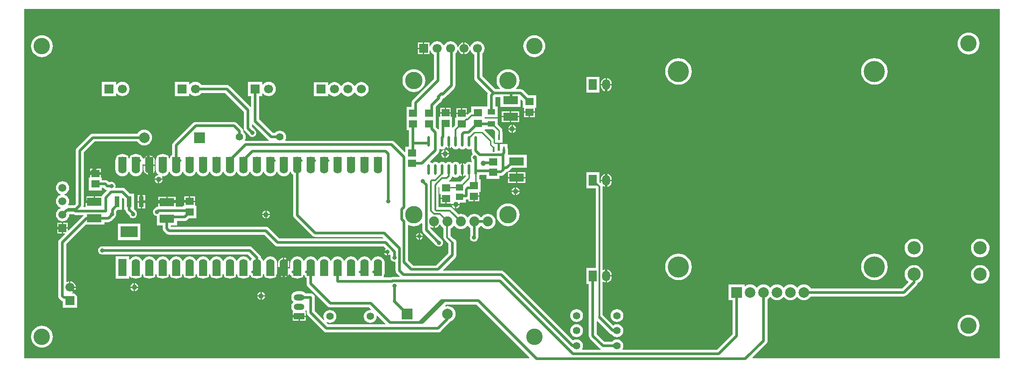
<source format=gtl>
G04*
G04 #@! TF.GenerationSoftware,Altium Limited,Altium Designer,19.0.4 (130)*
G04*
G04 Layer_Physical_Order=1*
G04 Layer_Color=255*
%FSLAX44Y44*%
%MOMM*%
G71*
G01*
G75*
%ADD10C,0.2500*%
%ADD13C,0.5000*%
%ADD16R,1.6000X0.7500*%
%ADD17R,2.8000X1.5000*%
%ADD18R,0.4500X1.0000*%
%ADD19R,1.5000X1.4000*%
%ADD20R,1.3970X1.0160*%
%ADD21R,0.9000X2.1000*%
%ADD22R,3.2000X2.1000*%
%ADD23R,1.4000X1.2000*%
%ADD24O,0.5500X2.0000*%
%ADD39C,3.1000*%
%ADD54C,0.3000*%
%ADD55C,0.2750*%
%ADD56C,1.8796*%
%ADD57C,3.3020*%
%ADD58R,1.7000X1.7000*%
%ADD59C,1.7000*%
%ADD60R,1.6000X3.2000*%
%ADD61O,1.6000X3.2000*%
%ADD62C,1.4000*%
%ADD63R,2.0000X2.0000*%
%ADD64C,2.0000*%
%ADD65C,1.5000*%
%ADD66R,1.5000X1.5000*%
%ADD67C,4.0000*%
%ADD68C,2.5000*%
%ADD69R,1.5000X2.0000*%
%ADD70O,1.5000X2.0000*%
%ADD71O,2.0000X1.2000*%
%ADD72R,2.0000X1.2000*%
%ADD73R,1.7000X1.7000*%
%ADD74C,0.8000*%
%ADD75C,1.0000*%
G36*
X2128000Y389500D02*
X1661190D01*
X1660703Y390673D01*
X1687149Y417119D01*
X1687149Y417119D01*
X1688351Y418686D01*
X1689107Y420510D01*
X1689365Y422468D01*
X1689365Y422468D01*
Y501035D01*
X1690174Y501468D01*
X1692458Y503342D01*
X1693682Y504833D01*
X1695318D01*
X1696542Y503342D01*
X1698826Y501468D01*
X1701432Y500075D01*
X1704259Y499217D01*
X1707200Y498927D01*
X1710141Y499217D01*
X1712968Y500075D01*
X1715574Y501468D01*
X1717858Y503342D01*
X1719082Y504833D01*
X1720718D01*
X1721942Y503342D01*
X1724226Y501468D01*
X1726832Y500075D01*
X1729659Y499217D01*
X1732600Y498927D01*
X1735540Y499217D01*
X1738368Y500075D01*
X1740974Y501468D01*
X1743258Y503342D01*
X1744482Y504833D01*
X1746118D01*
X1747342Y503342D01*
X1749626Y501468D01*
X1752232Y500075D01*
X1755060Y499217D01*
X1758000Y498927D01*
X1760941Y499217D01*
X1763768Y500075D01*
X1766374Y501468D01*
X1768658Y503342D01*
X1770532Y505626D01*
X1770965Y506435D01*
X1946600D01*
X1948558Y506693D01*
X1950383Y507449D01*
X1951949Y508651D01*
X1971349Y528051D01*
X1972551Y529618D01*
X1973307Y531442D01*
X1973395Y532109D01*
X1975770Y533379D01*
X1978434Y535566D01*
X1980621Y538230D01*
X1982246Y541270D01*
X1983247Y544569D01*
X1983585Y548000D01*
X1983247Y551431D01*
X1982246Y554729D01*
X1980621Y557769D01*
X1978434Y560434D01*
X1975770Y562621D01*
X1972729Y564246D01*
X1969431Y565247D01*
X1966000Y565585D01*
X1962569Y565247D01*
X1959271Y564246D01*
X1956231Y562621D01*
X1953566Y560434D01*
X1951379Y557769D01*
X1949754Y554729D01*
X1948753Y551431D01*
X1948416Y548000D01*
X1948753Y544569D01*
X1949754Y541270D01*
X1951379Y538230D01*
X1953566Y535566D01*
X1954978Y534407D01*
X1955040Y533138D01*
X1943467Y521565D01*
X1770965D01*
X1770532Y522374D01*
X1768658Y524658D01*
X1766374Y526532D01*
X1763768Y527925D01*
X1760941Y528783D01*
X1758000Y529073D01*
X1755060Y528783D01*
X1752232Y527925D01*
X1749626Y526532D01*
X1747342Y524658D01*
X1746118Y523167D01*
X1744482D01*
X1743258Y524658D01*
X1740974Y526532D01*
X1738368Y527925D01*
X1735540Y528783D01*
X1732600Y529073D01*
X1729659Y528783D01*
X1726832Y527925D01*
X1724226Y526532D01*
X1721942Y524658D01*
X1720718Y523167D01*
X1719082D01*
X1717858Y524658D01*
X1715574Y526532D01*
X1712968Y527925D01*
X1710141Y528783D01*
X1707200Y529073D01*
X1704259Y528783D01*
X1701432Y527925D01*
X1698826Y526532D01*
X1696542Y524658D01*
X1695318Y523167D01*
X1693682D01*
X1692458Y524658D01*
X1690174Y526532D01*
X1687568Y527925D01*
X1684740Y528783D01*
X1681800Y529073D01*
X1678860Y528783D01*
X1676032Y527925D01*
X1673426Y526532D01*
X1671142Y524658D01*
X1669918Y523167D01*
X1668282D01*
X1667058Y524658D01*
X1664774Y526532D01*
X1662168Y527925D01*
X1659341Y528783D01*
X1656400Y529073D01*
X1653459Y528783D01*
X1650632Y527925D01*
X1648026Y526532D01*
X1647148Y525812D01*
X1646000Y526355D01*
Y529000D01*
X1616000D01*
Y499000D01*
X1623435D01*
Y434933D01*
X1594067Y405565D01*
X1415956D01*
X1415394Y406704D01*
X1415582Y406948D01*
X1416791Y409867D01*
X1417204Y413000D01*
X1416791Y416133D01*
X1415582Y419052D01*
X1413658Y421558D01*
X1411152Y423482D01*
X1408233Y424691D01*
X1405100Y425103D01*
X1401967Y424691D01*
X1399048Y423482D01*
X1396542Y421558D01*
X1395779Y420565D01*
X1381534D01*
X1367165Y434933D01*
Y458978D01*
X1368338Y459464D01*
X1391651Y436151D01*
X1391651Y436151D01*
X1393218Y434949D01*
X1395042Y434193D01*
X1395642Y434114D01*
X1396542Y432941D01*
X1399048Y431018D01*
X1401967Y429809D01*
X1405100Y429396D01*
X1408233Y429809D01*
X1411152Y431018D01*
X1413658Y432941D01*
X1415582Y435448D01*
X1416791Y438367D01*
X1417204Y441500D01*
X1416791Y444632D01*
X1415582Y447551D01*
X1413658Y450058D01*
X1411152Y451982D01*
X1408233Y453191D01*
X1405100Y453603D01*
X1401967Y453191D01*
X1399048Y451982D01*
X1398012Y451186D01*
X1378156Y471042D01*
Y533661D01*
X1379295Y534223D01*
X1379937Y533730D01*
X1382379Y532719D01*
X1383730Y532541D01*
Y545000D01*
Y557460D01*
X1382379Y557282D01*
X1379937Y556270D01*
X1379295Y555778D01*
X1378156Y556339D01*
Y714000D01*
X1378083Y714551D01*
X1379274Y715239D01*
X1379937Y714730D01*
X1382379Y713718D01*
X1383730Y713541D01*
Y724730D01*
X1374873D01*
Y723500D01*
X1375132Y721536D01*
X1373929Y720943D01*
X1372100Y722772D01*
Y741000D01*
X1347100D01*
Y711000D01*
X1365044D01*
Y560000D01*
X1347100D01*
Y530000D01*
X1352035D01*
Y431800D01*
X1352293Y429842D01*
X1353049Y428018D01*
X1354251Y426451D01*
X1373051Y407651D01*
X1373051Y407651D01*
X1374115Y406835D01*
X1373684Y405565D01*
X1339756D01*
X1339194Y406704D01*
X1339382Y406948D01*
X1340591Y409867D01*
X1341004Y413000D01*
X1340591Y416133D01*
X1339382Y419052D01*
X1337458Y421558D01*
X1334952Y423482D01*
X1332033Y424691D01*
X1328900Y425103D01*
X1325767Y424691D01*
X1322848Y423482D01*
X1321812Y422686D01*
X1191525Y552973D01*
X1189958Y554175D01*
X1188134Y554931D01*
X1186176Y555189D01*
X1077046D01*
X1076560Y556362D01*
X1099769Y579570D01*
X1100971Y581137D01*
X1101726Y582962D01*
X1101984Y584919D01*
X1101984Y584920D01*
Y608000D01*
X1101726Y609958D01*
X1100971Y611782D01*
X1099769Y613349D01*
X1098202Y614551D01*
X1096389Y615302D01*
X1090806Y620885D01*
Y634891D01*
X1092211Y635473D01*
X1095219Y637781D01*
X1096850Y639907D01*
X1098450D01*
X1100081Y637781D01*
X1103089Y635473D01*
X1106591Y634023D01*
X1110350Y633528D01*
X1114109Y634023D01*
X1117611Y635473D01*
X1120619Y637781D01*
X1122250Y639907D01*
X1123850D01*
X1125481Y637781D01*
X1127885Y635937D01*
Y619922D01*
X1127693Y619458D01*
X1127435Y617500D01*
X1127693Y615542D01*
X1128449Y613718D01*
X1129651Y612151D01*
X1131218Y610949D01*
X1133042Y610193D01*
X1135000Y609935D01*
X1136958Y610193D01*
X1138782Y610949D01*
X1140349Y612151D01*
X1140799Y612601D01*
X1140799Y612601D01*
X1142001Y614168D01*
X1142757Y615992D01*
X1143015Y617950D01*
X1143015Y617950D01*
Y635476D01*
X1146019Y637781D01*
X1147722Y640000D01*
X1149178D01*
X1150881Y637781D01*
X1153889Y635473D01*
X1157391Y634023D01*
X1161150Y633528D01*
X1164909Y634023D01*
X1168411Y635473D01*
X1171419Y637781D01*
X1173727Y640789D01*
X1175177Y644291D01*
X1175672Y648050D01*
X1175177Y651809D01*
X1173727Y655311D01*
X1171419Y658319D01*
X1168411Y660627D01*
X1164909Y662077D01*
X1161150Y662572D01*
X1157391Y662077D01*
X1153889Y660627D01*
X1150881Y658319D01*
X1149178Y656100D01*
X1147722D01*
X1146019Y658319D01*
X1143011Y660627D01*
X1139509Y662077D01*
X1135750Y662572D01*
X1131991Y662077D01*
X1128489Y660627D01*
X1125481Y658319D01*
X1123850Y656193D01*
X1122250D01*
X1120619Y658319D01*
X1117611Y660627D01*
X1114109Y662077D01*
X1110350Y662572D01*
X1106591Y662077D01*
X1105780Y661741D01*
X1093988Y673534D01*
X1092630Y674576D01*
X1091049Y675231D01*
X1089352Y675454D01*
X1068306D01*
Y713412D01*
X1068480Y713534D01*
X1069750Y712872D01*
Y699500D01*
X1072210D01*
Y692770D01*
X1082250D01*
Y691500D01*
X1083520D01*
Y681960D01*
X1092089D01*
X1092870Y681520D01*
X1108188D01*
X1108096Y682218D01*
X1107795Y682944D01*
X1108501Y684000D01*
X1120000D01*
Y689364D01*
X1120500D01*
X1122458Y689622D01*
X1123690Y690132D01*
X1124960Y689396D01*
Y686460D01*
X1133730D01*
Y696000D01*
X1135000D01*
Y697270D01*
X1145040D01*
Y704000D01*
X1147500D01*
Y728000D01*
X1144950D01*
Y734566D01*
X1145219Y734918D01*
X1145657Y735974D01*
X1158500D01*
Y729000D01*
X1183500D01*
Y734435D01*
X1186000D01*
X1187958Y734693D01*
X1189782Y735449D01*
X1191349Y736651D01*
X1196654Y741955D01*
X1198458Y742193D01*
X1200282Y742949D01*
X1201849Y744151D01*
X1207198Y749500D01*
X1234500D01*
Y774500D01*
X1199991D01*
X1199414Y774532D01*
X1198870Y775770D01*
X1199057Y776221D01*
X1199314Y778179D01*
Y784320D01*
X1199314Y784320D01*
X1199057Y786278D01*
X1198750Y787019D01*
Y794570D01*
X1184250D01*
Y786665D01*
X1184193Y786528D01*
X1183935Y784570D01*
X1184154Y782905D01*
X1183521Y781635D01*
X1179750D01*
Y794570D01*
X1174262D01*
X1172373Y796460D01*
Y801000D01*
X1171888Y803439D01*
X1171888Y803439D01*
X1170506Y805506D01*
X1155133Y820879D01*
X1155040Y821167D01*
X1155900Y822484D01*
X1156015Y822490D01*
Y822490D01*
X1170973D01*
X1174943Y818520D01*
X1174750Y817250D01*
X1174750D01*
Y797250D01*
X1189250D01*
Y817250D01*
X1188373D01*
Y820475D01*
X1187887Y822914D01*
X1186506Y824981D01*
X1179985Y831502D01*
Y842650D01*
X1156015D01*
Y842650D01*
X1154772Y842714D01*
Y845285D01*
X1156015Y845350D01*
X1156042Y845350D01*
X1179985D01*
Y857421D01*
X1180065Y858026D01*
X1179985Y858630D01*
Y865510D01*
X1175565D01*
Y883435D01*
X1185000D01*
Y865000D01*
X1223000D01*
Y878893D01*
X1224173Y879379D01*
X1227250Y876302D01*
Y863000D01*
X1229710D01*
Y856270D01*
X1239750D01*
X1249790D01*
Y863000D01*
X1252250D01*
Y887000D01*
X1237948D01*
X1228599Y896349D01*
X1227032Y897551D01*
X1225208Y898307D01*
X1223250Y898565D01*
X1215335D01*
X1214836Y899835D01*
X1217221Y902742D01*
X1219219Y906479D01*
X1220449Y910533D01*
X1220864Y914750D01*
X1220449Y918967D01*
X1219219Y923021D01*
X1217221Y926758D01*
X1214533Y930033D01*
X1211258Y932721D01*
X1207521Y934719D01*
X1203467Y935949D01*
X1199250Y936364D01*
X1195033Y935949D01*
X1190979Y934719D01*
X1187242Y932721D01*
X1183967Y930033D01*
X1181279Y926758D01*
X1179281Y923021D01*
X1178051Y918967D01*
X1177636Y914750D01*
X1178051Y910533D01*
X1179281Y906479D01*
X1181279Y902742D01*
X1183664Y899835D01*
X1183165Y898565D01*
X1175134D01*
X1150565Y923134D01*
Y965651D01*
X1151178Y966122D01*
X1153342Y968942D01*
X1154703Y972226D01*
X1155166Y975750D01*
X1154703Y979274D01*
X1153342Y982558D01*
X1151178Y985378D01*
X1148358Y987542D01*
X1145074Y988902D01*
X1141550Y989366D01*
X1138026Y988902D01*
X1134742Y987542D01*
X1131922Y985378D01*
X1129758Y982558D01*
X1128398Y979274D01*
X1128250Y978153D01*
X1126969Y978153D01*
X1126906Y978632D01*
X1125793Y981318D01*
X1124024Y983624D01*
X1121718Y985393D01*
X1119032Y986506D01*
X1117420Y986718D01*
Y975750D01*
Y964782D01*
X1119032Y964994D01*
X1121718Y966106D01*
X1124024Y967876D01*
X1125793Y970182D01*
X1126906Y972868D01*
X1126969Y973347D01*
X1128250Y973347D01*
X1128398Y972226D01*
X1129758Y968942D01*
X1131922Y966122D01*
X1134742Y963958D01*
X1135435Y963670D01*
Y920000D01*
X1135693Y918042D01*
X1136449Y916218D01*
X1137651Y914651D01*
X1161480Y890822D01*
X1161449Y890782D01*
X1160693Y888958D01*
X1160435Y887000D01*
Y865510D01*
X1156042D01*
X1156015Y865510D01*
X1154772Y865574D01*
Y866000D01*
X1129772D01*
Y854990D01*
X1128575Y854833D01*
X1126994Y854178D01*
X1125636Y853136D01*
X1122917Y850416D01*
X1121744Y850902D01*
Y851730D01*
X1101664D01*
Y845000D01*
X1099204D01*
Y830271D01*
X1095714Y826782D01*
X1094906Y825728D01*
X1093636Y826089D01*
Y846000D01*
X1091176D01*
Y852730D01*
X1081136D01*
X1071096D01*
Y846000D01*
X1068636D01*
Y829990D01*
X1068571Y829500D01*
Y822964D01*
X1068416Y822837D01*
X1067301Y822468D01*
X1063132Y826637D01*
Y828500D01*
X1063068Y828990D01*
Y841000D01*
Y857010D01*
X1063132Y857500D01*
Y865484D01*
X1070349Y872701D01*
X1070350Y872702D01*
X1073885Y876237D01*
X1075087Y877803D01*
X1075843Y879628D01*
X1076043Y881150D01*
X1077564Y881350D01*
X1079389Y882106D01*
X1080956Y883308D01*
X1085824Y888176D01*
X1085825Y888177D01*
X1097549Y899901D01*
X1097549Y899901D01*
X1098751Y901468D01*
X1099507Y903292D01*
X1099765Y905250D01*
Y965651D01*
X1100378Y966122D01*
X1102542Y968942D01*
X1103903Y972226D01*
X1104050Y973347D01*
X1105331Y973347D01*
X1105394Y972868D01*
X1106507Y970182D01*
X1108276Y967876D01*
X1110582Y966106D01*
X1113268Y964994D01*
X1114880Y964782D01*
Y975750D01*
Y986718D01*
X1113268Y986506D01*
X1110582Y985393D01*
X1108276Y983624D01*
X1106507Y981318D01*
X1105394Y978632D01*
X1105331Y978153D01*
X1104050Y978153D01*
X1103903Y979274D01*
X1102542Y982558D01*
X1100378Y985378D01*
X1097558Y987542D01*
X1094274Y988902D01*
X1090750Y989366D01*
X1087226Y988902D01*
X1083942Y987542D01*
X1081122Y985378D01*
X1078958Y982558D01*
X1078685Y981899D01*
X1077415D01*
X1077142Y982558D01*
X1074978Y985378D01*
X1072158Y987542D01*
X1068874Y988902D01*
X1065350Y989366D01*
X1061826Y988902D01*
X1058542Y987542D01*
X1055722Y985378D01*
X1053558Y982558D01*
X1052197Y979274D01*
X1050990Y979529D01*
Y986790D01*
X1041220D01*
Y975750D01*
Y964710D01*
X1050990D01*
Y971971D01*
X1052197Y972226D01*
X1053558Y968942D01*
X1055722Y966122D01*
X1058542Y963958D01*
X1059235Y963670D01*
Y917933D01*
X1019651Y878349D01*
X1018449Y876783D01*
X1017693Y874958D01*
X1017693Y874958D01*
X1017693Y874958D01*
X1017436Y873000D01*
Y865000D01*
X1007501D01*
Y841000D01*
Y821000D01*
X1012436D01*
Y799279D01*
X1012403Y799201D01*
X1012028Y798296D01*
X1012028Y798294D01*
X1012028Y798293D01*
X1011901Y797329D01*
X1011770Y796338D01*
X1011770Y796337D01*
X1011770Y796335D01*
Y790000D01*
X1005500D01*
Y779857D01*
X1004327Y779371D01*
X984849Y798849D01*
X983282Y800051D01*
X981458Y800807D01*
X979500Y801065D01*
X779358D01*
X778742Y802335D01*
X779791Y804867D01*
X780204Y808000D01*
X779791Y811133D01*
X778582Y814052D01*
X776658Y816558D01*
X774152Y818482D01*
X771233Y819691D01*
X768100Y820103D01*
X764967Y819691D01*
X762048Y818482D01*
X759542Y816558D01*
X758779Y815565D01*
X755333D01*
X729565Y841333D01*
Y885500D01*
X735500D01*
Y890246D01*
X736770Y890677D01*
X737772Y889372D01*
X740592Y887208D01*
X743876Y885847D01*
X747400Y885384D01*
X750924Y885847D01*
X754208Y887208D01*
X757028Y889372D01*
X759192Y892192D01*
X760553Y895476D01*
X761016Y899000D01*
X760553Y902524D01*
X759192Y905808D01*
X757028Y908628D01*
X754208Y910792D01*
X750924Y912152D01*
X747400Y912616D01*
X743876Y912152D01*
X740592Y910792D01*
X737772Y908628D01*
X736770Y907323D01*
X735500Y907754D01*
Y912500D01*
X708500D01*
Y885500D01*
X714435D01*
Y864973D01*
X713165Y864713D01*
X673529Y904349D01*
X671962Y905551D01*
X670138Y906307D01*
X668180Y906565D01*
X619960D01*
X618376Y908628D01*
X615556Y910792D01*
X612272Y912152D01*
X608748Y912616D01*
X605224Y912152D01*
X601940Y910792D01*
X599120Y908628D01*
X598118Y907323D01*
X596848Y907754D01*
Y912500D01*
X569848D01*
Y885500D01*
X596848D01*
Y890246D01*
X598118Y890677D01*
X599120Y889372D01*
X601940Y887208D01*
X605224Y885847D01*
X608748Y885384D01*
X612272Y885847D01*
X615556Y887208D01*
X618376Y889372D01*
X619960Y891435D01*
X665047D01*
X700435Y856047D01*
Y824250D01*
X700693Y822292D01*
X701449Y820468D01*
X702651Y818901D01*
X704401Y817151D01*
X704401Y817151D01*
X711151Y810401D01*
X711151Y810401D01*
X712718Y809199D01*
X714542Y808443D01*
X716500Y808185D01*
X718458Y808443D01*
X720282Y809199D01*
X721849Y810401D01*
X723051Y811968D01*
X723807Y813792D01*
X724065Y815750D01*
X723807Y817708D01*
X723051Y819532D01*
X721849Y821099D01*
X721849Y821099D01*
X715565Y827383D01*
Y832408D01*
X716835Y832667D01*
X746851Y802652D01*
X746851Y802651D01*
X747263Y802335D01*
X746832Y801065D01*
X703580D01*
X703580Y801065D01*
X703274Y801024D01*
X702871Y801442D01*
X702487Y802202D01*
X703591Y804867D01*
X704004Y808000D01*
X703591Y811133D01*
X702382Y814052D01*
X700459Y816558D01*
X699465Y817321D01*
Y819150D01*
X699207Y821108D01*
X698451Y822932D01*
X697249Y824499D01*
X697249Y824499D01*
X687343Y834405D01*
X685776Y835607D01*
X683952Y836363D01*
X681994Y836621D01*
X609600D01*
X609600Y836621D01*
X608621Y836492D01*
X607642Y836363D01*
X605818Y835607D01*
X604251Y834405D01*
X567251Y797405D01*
X566049Y795838D01*
X565293Y794014D01*
X565035Y792056D01*
Y773858D01*
X564601D01*
X563430Y773625D01*
X562438Y772962D01*
X561775Y771970D01*
X561542Y770800D01*
Y769743D01*
X561245Y769356D01*
X560588Y767769D01*
X559213D01*
X558556Y769356D01*
X558259Y769742D01*
Y770800D01*
X558027Y771970D01*
X557364Y772962D01*
X556371Y773625D01*
X555201Y773858D01*
X554143D01*
X553756Y774155D01*
X550594Y775465D01*
X547200Y775912D01*
X543807Y775465D01*
X540644Y774155D01*
X540257Y773858D01*
X539201D01*
X538030Y773625D01*
X537038Y772962D01*
X536375Y771970D01*
X536142Y770800D01*
Y769743D01*
X535845Y769356D01*
X534535Y766193D01*
X534088Y762800D01*
Y746800D01*
X534535Y743406D01*
X535845Y740244D01*
X537929Y737528D01*
X538873Y736804D01*
X538517Y735476D01*
X537532Y735346D01*
X535698Y734586D01*
X534122Y733378D01*
X532914Y731803D01*
X532154Y729968D01*
X532062Y729270D01*
X546938D01*
X546846Y729968D01*
X546086Y731803D01*
X545445Y732637D01*
X546133Y733828D01*
X547200Y733688D01*
X550594Y734134D01*
X553756Y735444D01*
X556472Y737528D01*
X558556Y740244D01*
X559213Y741830D01*
X560588D01*
X561245Y740244D01*
X563329Y737528D01*
X566044Y735444D01*
X569207Y734134D01*
X572600Y733688D01*
X575994Y734134D01*
X579156Y735444D01*
X581872Y737528D01*
X583956Y740244D01*
X584613Y741830D01*
X585988D01*
X586645Y740244D01*
X588729Y737528D01*
X591444Y735444D01*
X594607Y734134D01*
X598000Y733688D01*
X601394Y734134D01*
X604556Y735444D01*
X607272Y737528D01*
X609356Y740244D01*
X610013Y741830D01*
X611388D01*
X612045Y740244D01*
X614129Y737528D01*
X616844Y735444D01*
X620007Y734134D01*
X623400Y733688D01*
X626794Y734134D01*
X629956Y735444D01*
X632672Y737528D01*
X634756Y740244D01*
X635413Y741830D01*
X636788D01*
X637445Y740244D01*
X639529Y737528D01*
X642244Y735444D01*
X645407Y734134D01*
X648800Y733688D01*
X652194Y734134D01*
X655356Y735444D01*
X658072Y737528D01*
X660156Y740244D01*
X660813Y741830D01*
X662188D01*
X662845Y740244D01*
X664929Y737528D01*
X667644Y735444D01*
X670807Y734134D01*
X674200Y733688D01*
X677594Y734134D01*
X680756Y735444D01*
X683472Y737528D01*
X685556Y740244D01*
X686213Y741830D01*
X687588D01*
X688245Y740244D01*
X690329Y737528D01*
X693044Y735444D01*
X696207Y734134D01*
X699600Y733688D01*
X702994Y734134D01*
X706156Y735444D01*
X708872Y737528D01*
X710956Y740244D01*
X711613Y741830D01*
X712988D01*
X713645Y740244D01*
X715729Y737528D01*
X718444Y735444D01*
X721607Y734134D01*
X725000Y733688D01*
X728394Y734134D01*
X731556Y735444D01*
X734272Y737528D01*
X736356Y740244D01*
X737013Y741830D01*
X738388D01*
X739045Y740244D01*
X741129Y737528D01*
X743844Y735444D01*
X747007Y734134D01*
X750400Y733688D01*
X753794Y734134D01*
X756956Y735444D01*
X759672Y737528D01*
X761756Y740244D01*
X762413Y741830D01*
X763788D01*
X764445Y740244D01*
X766529Y737528D01*
X769244Y735444D01*
X772407Y734134D01*
X775800Y733688D01*
X779194Y734134D01*
X782356Y735444D01*
X785072Y737528D01*
X787156Y740244D01*
X787813Y741830D01*
X789188D01*
X789845Y740244D01*
X791929Y737528D01*
X793635Y736218D01*
Y660400D01*
X793893Y658442D01*
X794649Y656618D01*
X795851Y655051D01*
X829887Y621015D01*
X831453Y619813D01*
X833278Y619057D01*
X835236Y618799D01*
X962067D01*
X963798Y617068D01*
X963312Y615895D01*
X767165D01*
X747029Y636031D01*
X745462Y637233D01*
X743638Y637989D01*
X741680Y638247D01*
X562565D01*
Y641000D01*
X574000D01*
Y648936D01*
X588500D01*
X590458Y649193D01*
X592282Y649949D01*
X593849Y651151D01*
X596698Y654000D01*
X610500D01*
Y678000D01*
X608040D01*
Y684730D01*
X587960D01*
Y678000D01*
X585500D01*
Y676065D01*
X571540D01*
Y683230D01*
X538460D01*
Y676032D01*
X536748Y675807D01*
X534924Y675051D01*
X533357Y673849D01*
X533357Y673849D01*
X531099Y671591D01*
X529897Y670024D01*
X529141Y668200D01*
X528883Y666242D01*
X529141Y664284D01*
X529897Y662460D01*
X531099Y660893D01*
X532666Y659691D01*
X534490Y658935D01*
X536000Y658736D01*
Y641000D01*
X547435D01*
Y634990D01*
X547693Y633032D01*
X548449Y631208D01*
X549651Y629641D01*
X553959Y625333D01*
X553959Y625333D01*
X555526Y624131D01*
X557350Y623375D01*
X559308Y623117D01*
X559308Y623117D01*
X738547D01*
X758683Y602981D01*
X760250Y601779D01*
X762074Y601023D01*
X764032Y600765D01*
X764032Y600765D01*
X964537D01*
X968115Y597187D01*
X967825Y595681D01*
X966886Y594960D01*
X965837Y593594D01*
X965178Y592003D01*
X965121Y591566D01*
X971550D01*
Y590296D01*
X972820D01*
Y583867D01*
X973257Y583924D01*
X974848Y584583D01*
X976165Y585594D01*
X976393Y585559D01*
X977435Y585136D01*
Y579386D01*
X977693Y577428D01*
X978449Y575604D01*
X979651Y574037D01*
X981218Y572835D01*
X983042Y572079D01*
X985000Y571821D01*
X985981Y571950D01*
X986935Y571113D01*
Y555408D01*
X987193Y553450D01*
X987949Y551626D01*
X989151Y550059D01*
X994972Y544238D01*
X994486Y543065D01*
X981065D01*
X981065Y543065D01*
X979107Y542807D01*
X978522Y542565D01*
X965109D01*
X964426Y543829D01*
X964659Y545000D01*
Y546057D01*
X964956Y546443D01*
X966266Y549606D01*
X966712Y553000D01*
Y569000D01*
X966266Y572393D01*
X964956Y575556D01*
X962872Y578271D01*
X960156Y580355D01*
X956994Y581665D01*
X953600Y582112D01*
X950207Y581665D01*
X947044Y580355D01*
X944329Y578271D01*
X942245Y575556D01*
X941588Y573969D01*
X940213D01*
X939556Y575556D01*
X937472Y578271D01*
X934756Y580355D01*
X931594Y581665D01*
X928200Y582112D01*
X924807Y581665D01*
X921644Y580355D01*
X918929Y578271D01*
X916845Y575556D01*
X916188Y573969D01*
X914813D01*
X914156Y575556D01*
X912072Y578271D01*
X909356Y580355D01*
X906194Y581665D01*
X902800Y582112D01*
X899407Y581665D01*
X896244Y580355D01*
X893529Y578271D01*
X891445Y575556D01*
X890788Y573969D01*
X889413D01*
X888756Y575556D01*
X886672Y578271D01*
X883956Y580355D01*
X880794Y581665D01*
X877400Y582112D01*
X874007Y581665D01*
X870844Y580355D01*
X868129Y578271D01*
X866045Y575556D01*
X865388Y573969D01*
X864013D01*
X863356Y575556D01*
X861272Y578271D01*
X858556Y580355D01*
X855394Y581665D01*
X852000Y582112D01*
X848607Y581665D01*
X845444Y580355D01*
X842729Y578271D01*
X840645Y575556D01*
X839988Y573969D01*
X838613D01*
X837956Y575556D01*
X835872Y578271D01*
X833156Y580355D01*
X829994Y581665D01*
X826600Y582112D01*
X823207Y581665D01*
X820044Y580355D01*
X817329Y578271D01*
X815245Y575556D01*
X814588Y573969D01*
X813213D01*
X812556Y575556D01*
X810472Y578271D01*
X807756Y580355D01*
X804594Y581665D01*
X801200Y582112D01*
X797807Y581665D01*
X794644Y580355D01*
X791929Y578271D01*
X789845Y575556D01*
X788535Y572393D01*
X788088Y569000D01*
Y558864D01*
X787701Y558575D01*
X786431Y559211D01*
Y559730D01*
X777070D01*
Y542536D01*
X778552Y542731D01*
X781116Y543793D01*
X783317Y545482D01*
X785007Y547684D01*
X785434Y548716D01*
X786753Y548582D01*
X787851Y547151D01*
X789417Y545949D01*
X790142Y545649D01*
Y545000D01*
X790375Y543829D01*
X791038Y542837D01*
X792030Y542174D01*
X793201Y541941D01*
X794258D01*
X794644Y541644D01*
X797807Y540334D01*
X801200Y539888D01*
X804594Y540334D01*
X807756Y541644D01*
X808143Y541941D01*
X809201D01*
X810371Y542174D01*
X811364Y542837D01*
X812027Y543829D01*
X812259Y545000D01*
Y546057D01*
X812418Y546264D01*
X813048Y546482D01*
X813977Y546555D01*
X815388Y545651D01*
X815542Y545579D01*
Y545000D01*
X815775Y543829D01*
X816438Y542837D01*
X817430Y542174D01*
X818601Y541941D01*
X819035D01*
Y530268D01*
X819293Y528310D01*
X820049Y526486D01*
X821251Y524919D01*
X821251Y524919D01*
X821251Y524919D01*
X858251Y487919D01*
X858251Y487919D01*
X859818Y486717D01*
X861642Y485961D01*
X863600Y485703D01*
X863600Y485703D01*
X936921D01*
X941161Y481463D01*
X940567Y480260D01*
X939100Y480454D01*
X935967Y480041D01*
X933048Y478832D01*
X930542Y476909D01*
X928618Y474402D01*
X927409Y471483D01*
X926996Y468350D01*
X927409Y465218D01*
X928618Y462298D01*
X930542Y459792D01*
X933048Y457868D01*
X935967Y456659D01*
X939100Y456247D01*
X942233Y456659D01*
X945152Y457868D01*
X947658Y459792D01*
X949582Y462298D01*
X950791Y465218D01*
X951204Y468350D01*
X951010Y469818D01*
X952213Y470411D01*
X967886Y454738D01*
X967400Y453565D01*
X859391D01*
X856103Y456853D01*
X856848Y457868D01*
X859767Y456659D01*
X862900Y456247D01*
X866033Y456659D01*
X868952Y457868D01*
X871459Y459792D01*
X873382Y462298D01*
X874591Y465218D01*
X875004Y468350D01*
X874591Y471483D01*
X873382Y474402D01*
X871459Y476909D01*
X868952Y478832D01*
X866033Y480041D01*
X862900Y480454D01*
X859767Y480041D01*
X856848Y478832D01*
X854342Y476909D01*
X852418Y474402D01*
X851209Y471483D01*
X850796Y468350D01*
X851209Y465218D01*
X852418Y462298D01*
X851403Y461553D01*
X834165Y478792D01*
Y504730D01*
X833907Y506688D01*
X833151Y508512D01*
X831949Y510079D01*
X830382Y511281D01*
X828558Y512037D01*
X826600Y512295D01*
X817061D01*
X816845Y512575D01*
X814548Y514338D01*
X811872Y515447D01*
X809000Y515825D01*
X801000D01*
X798129Y515447D01*
X795453Y514338D01*
X793155Y512575D01*
X791392Y510277D01*
X790283Y507602D01*
X789905Y504730D01*
X790283Y501858D01*
X791392Y499183D01*
X793155Y496885D01*
X793832Y496365D01*
Y495095D01*
X793155Y494575D01*
X791392Y492277D01*
X790283Y489602D01*
X789905Y486730D01*
X790283Y483858D01*
X791392Y481183D01*
X793155Y478885D01*
X793692Y478473D01*
X793284Y477270D01*
X792460D01*
Y470000D01*
X805000D01*
X817540D01*
Y477270D01*
X816717D01*
X816308Y478473D01*
X816845Y478885D01*
X817765Y480083D01*
X819035Y479652D01*
Y475658D01*
X819293Y473700D01*
X820049Y471876D01*
X821251Y470309D01*
X850909Y440651D01*
X850909Y440651D01*
X852476Y439449D01*
X854300Y438693D01*
X856258Y438435D01*
X1067450D01*
X1069408Y438693D01*
X1071233Y439449D01*
X1072799Y440651D01*
X1090349Y458201D01*
X1090349Y458201D01*
X1091195Y459303D01*
X1093374Y460468D01*
X1095658Y462342D01*
X1097533Y464627D01*
X1098925Y467232D01*
X1099783Y470060D01*
X1100073Y473000D01*
X1099783Y475941D01*
X1098925Y478768D01*
X1097533Y481374D01*
X1095658Y483658D01*
X1093374Y485533D01*
X1090768Y486926D01*
X1087941Y487783D01*
X1085000Y488073D01*
X1082060Y487783D01*
X1080937Y487443D01*
X1080264Y488566D01*
X1082227Y490529D01*
X1139867D01*
X1239723Y390673D01*
X1239237Y389500D01*
X286000D01*
Y1050750D01*
X2128000D01*
Y389500D01*
D02*
G37*
G36*
X1088920Y787279D02*
X1089714Y787437D01*
X1091464Y788606D01*
X1091898Y789256D01*
X1093331Y789114D01*
X1093580Y788512D01*
X1094822Y786893D01*
X1096441Y785651D01*
X1098327Y784870D01*
X1100350Y784603D01*
X1102373Y784870D01*
X1104258Y785651D01*
X1105877Y786893D01*
X1106065Y787137D01*
X1107335D01*
X1107523Y786893D01*
X1109141Y785651D01*
X1111027Y784870D01*
X1113050Y784603D01*
X1115073Y784870D01*
X1116958Y785651D01*
X1118577Y786893D01*
X1118765Y787137D01*
X1120035D01*
X1120222Y786893D01*
X1121841Y785651D01*
X1123727Y784870D01*
X1125750Y784603D01*
X1127773Y784870D01*
X1129658Y785651D01*
X1129746Y785718D01*
X1130885Y785156D01*
Y781690D01*
X1131143Y779732D01*
X1131899Y777908D01*
X1132583Y777016D01*
X1132636Y776847D01*
X1132428Y775441D01*
X1132332Y775314D01*
X1131401Y774599D01*
X1130199Y773032D01*
X1129443Y771208D01*
X1129185Y769250D01*
Y768438D01*
X1129443Y766480D01*
X1130199Y764656D01*
X1130885Y763761D01*
Y760590D01*
X1129746Y760029D01*
X1129658Y760096D01*
X1127773Y760877D01*
X1125750Y761143D01*
X1123727Y760877D01*
X1121841Y760096D01*
X1120222Y758854D01*
X1118980Y757235D01*
X1118731Y756632D01*
X1117298Y756491D01*
X1116864Y757140D01*
X1115114Y758309D01*
X1114320Y758467D01*
Y746076D01*
Y733685D01*
X1115114Y733843D01*
X1116864Y735012D01*
X1117298Y735662D01*
X1118731Y735520D01*
X1118980Y734918D01*
X1119377Y734400D01*
Y733389D01*
X1109988Y724000D01*
X1096000D01*
Y723548D01*
X1094750Y723500D01*
Y723500D01*
X1087818D01*
X1087387Y724770D01*
X1088236Y725421D01*
X1091807Y728992D01*
X1092849Y730350D01*
X1093504Y731932D01*
X1093616Y732784D01*
X1094377Y733109D01*
X1094952Y733199D01*
X1096441Y732057D01*
X1098327Y731276D01*
X1100350Y731009D01*
X1102373Y731276D01*
X1104258Y732057D01*
X1105877Y733299D01*
X1107119Y734918D01*
X1107369Y735520D01*
X1108802Y735662D01*
X1109236Y735012D01*
X1110986Y733843D01*
X1111780Y733685D01*
Y746076D01*
Y758467D01*
X1110986Y758309D01*
X1109236Y757140D01*
X1108802Y756491D01*
X1107369Y756632D01*
X1107119Y757235D01*
X1105877Y758854D01*
X1104258Y760096D01*
X1102373Y760877D01*
X1100350Y761143D01*
X1098327Y760877D01*
X1096441Y760096D01*
X1094822Y758854D01*
X1094635Y758609D01*
X1093365D01*
X1093177Y758854D01*
X1091558Y760096D01*
X1089673Y760877D01*
X1087650Y761143D01*
X1085627Y760877D01*
X1083741Y760096D01*
X1082122Y758854D01*
X1081935Y758609D01*
X1080665D01*
X1080477Y758854D01*
X1078858Y760096D01*
X1076973Y760877D01*
X1074950Y761143D01*
X1072927Y760877D01*
X1071041Y760096D01*
X1069423Y758854D01*
X1069235Y758609D01*
X1067965D01*
X1067777Y758854D01*
X1066158Y760096D01*
X1064273Y760877D01*
X1062250Y761143D01*
X1060227Y760877D01*
X1058341Y760096D01*
X1056722Y758854D01*
X1056535Y758609D01*
X1055265D01*
X1055077Y758854D01*
X1053458Y760096D01*
X1052137Y760643D01*
X1051748Y762050D01*
X1067599Y777900D01*
X1067599Y777901D01*
X1068801Y779467D01*
X1069557Y781292D01*
X1069815Y783250D01*
Y785156D01*
X1070954Y785718D01*
X1071041Y785651D01*
X1072927Y784870D01*
X1074950Y784603D01*
X1076973Y784870D01*
X1078858Y785651D01*
X1080477Y786893D01*
X1081719Y788512D01*
X1081969Y789114D01*
X1083402Y789256D01*
X1083836Y788606D01*
X1085586Y787437D01*
X1086380Y787279D01*
Y799670D01*
X1088920D01*
Y787279D01*
D02*
G37*
G36*
X1060820Y636176D02*
X1062666Y636419D01*
X1065571Y637622D01*
X1068064Y639536D01*
X1069978Y642029D01*
X1070231Y642642D01*
X1071606D01*
X1072373Y640789D01*
X1074681Y637781D01*
X1077689Y635473D01*
X1077694Y635471D01*
Y618169D01*
X1077917Y616472D01*
X1078572Y614891D01*
X1079614Y613533D01*
X1086855Y606293D01*
Y588053D01*
X1063667Y564865D01*
X1019512D01*
X1010065Y574312D01*
Y641210D01*
X1011154Y641863D01*
X1013179Y640781D01*
X1017233Y639551D01*
X1021450Y639136D01*
X1025667Y639551D01*
X1029721Y640781D01*
X1033458Y642779D01*
X1035967Y644838D01*
X1037237Y644237D01*
Y632217D01*
X1037495Y630259D01*
X1038251Y628435D01*
X1039453Y626868D01*
X1063670Y602651D01*
X1065237Y601449D01*
X1067062Y600693D01*
X1069019Y600435D01*
X1070977Y600693D01*
X1072802Y601449D01*
X1074369Y602651D01*
X1075571Y604217D01*
X1076326Y606042D01*
X1076584Y608000D01*
X1076326Y609958D01*
X1075571Y611782D01*
X1074369Y613349D01*
X1052367Y635351D01*
Y637079D01*
X1052709Y637247D01*
X1053637Y637578D01*
X1056433Y636419D01*
X1058280Y636176D01*
Y648050D01*
X1060820D01*
Y636176D01*
D02*
G37*
%LPC*%
G36*
X1038680Y986790D02*
X1028910D01*
Y977020D01*
X1038680D01*
Y986790D01*
D02*
G37*
G36*
Y974480D02*
X1028910D01*
Y964710D01*
X1038680D01*
Y974480D01*
D02*
G37*
G36*
X2069000Y1005600D02*
X2064981Y1005204D01*
X2061117Y1004032D01*
X2057555Y1002128D01*
X2054434Y999566D01*
X2051872Y996445D01*
X2049969Y992883D01*
X2048796Y989019D01*
X2048401Y985000D01*
X2048796Y980982D01*
X2049969Y977117D01*
X2051872Y973556D01*
X2054434Y970434D01*
X2057555Y967873D01*
X2061117Y965969D01*
X2064981Y964797D01*
X2069000Y964401D01*
X2073018Y964797D01*
X2076883Y965969D01*
X2080444Y967873D01*
X2083566Y970434D01*
X2086127Y973556D01*
X2088031Y977117D01*
X2089203Y980982D01*
X2089599Y985000D01*
X2089203Y989019D01*
X2088031Y992883D01*
X2086127Y996445D01*
X2083566Y999566D01*
X2080444Y1002128D01*
X2076883Y1004032D01*
X2073018Y1005204D01*
X2069000Y1005600D01*
D02*
G37*
G36*
X1249000Y1000599D02*
X1244981Y1000203D01*
X1241117Y999031D01*
X1237555Y997128D01*
X1234434Y994566D01*
X1231872Y991444D01*
X1229969Y987883D01*
X1228796Y984019D01*
X1228401Y980000D01*
X1228796Y975981D01*
X1229969Y972117D01*
X1231872Y968556D01*
X1234434Y965434D01*
X1237555Y962872D01*
X1241117Y960969D01*
X1244981Y959797D01*
X1249000Y959401D01*
X1253018Y959797D01*
X1256883Y960969D01*
X1260444Y962872D01*
X1263566Y965434D01*
X1266127Y968556D01*
X1268031Y972117D01*
X1269203Y975981D01*
X1269599Y980000D01*
X1269203Y984019D01*
X1268031Y987883D01*
X1266127Y991444D01*
X1263566Y994566D01*
X1260444Y997128D01*
X1256883Y999031D01*
X1253018Y1000203D01*
X1249000Y1000599D01*
D02*
G37*
G36*
X319000D02*
X314981Y1000203D01*
X311117Y999031D01*
X307556Y997128D01*
X304434Y994566D01*
X301873Y991444D01*
X299969Y987883D01*
X298797Y984019D01*
X298401Y980000D01*
X298797Y975981D01*
X299969Y972117D01*
X301873Y968556D01*
X304434Y965434D01*
X307556Y962872D01*
X311117Y960969D01*
X314981Y959797D01*
X319000Y959401D01*
X323019Y959797D01*
X326883Y960969D01*
X330444Y962872D01*
X333566Y965434D01*
X336128Y968556D01*
X338031Y972117D01*
X339203Y975981D01*
X339599Y980000D01*
X339203Y984019D01*
X338031Y987883D01*
X336128Y991444D01*
X333566Y994566D01*
X330444Y997128D01*
X326883Y999031D01*
X323019Y1000203D01*
X319000Y1000599D01*
D02*
G37*
G36*
X1386270Y919459D02*
Y908270D01*
X1395127D01*
Y909500D01*
X1394782Y912121D01*
X1393770Y914563D01*
X1392161Y916661D01*
X1390063Y918270D01*
X1387621Y919281D01*
X1386270Y919459D01*
D02*
G37*
G36*
X1383730D02*
X1382379Y919281D01*
X1379937Y918270D01*
X1377839Y916661D01*
X1376230Y914563D01*
X1375219Y912121D01*
X1374873Y909500D01*
Y908270D01*
X1383730D01*
Y919459D01*
D02*
G37*
G36*
X471000Y912616D02*
X467476Y912152D01*
X464192Y910792D01*
X461371Y908628D01*
X460370Y907323D01*
X459100Y907754D01*
Y912500D01*
X432100D01*
Y885500D01*
X459100D01*
Y890246D01*
X460370Y890677D01*
X461371Y889372D01*
X464192Y887208D01*
X467476Y885847D01*
X471000Y885384D01*
X474524Y885847D01*
X477808Y887208D01*
X480628Y889372D01*
X482792Y892192D01*
X484152Y895476D01*
X484616Y899000D01*
X484152Y902524D01*
X482792Y905808D01*
X480628Y908628D01*
X477808Y910792D01*
X474524Y912152D01*
X471000Y912616D01*
D02*
G37*
G36*
X1891140Y957211D02*
X1886239Y956728D01*
X1881527Y955299D01*
X1877184Y952977D01*
X1873377Y949853D01*
X1870253Y946047D01*
X1867932Y941703D01*
X1866502Y936991D01*
X1866019Y932090D01*
X1866502Y927189D01*
X1867932Y922477D01*
X1870253Y918134D01*
X1873377Y914327D01*
X1877184Y911203D01*
X1881527Y908881D01*
X1886239Y907452D01*
X1891140Y906969D01*
X1896041Y907452D01*
X1900754Y908881D01*
X1905097Y911203D01*
X1908903Y914327D01*
X1912027Y918134D01*
X1914349Y922477D01*
X1915779Y927189D01*
X1916261Y932090D01*
X1915779Y936991D01*
X1914349Y941703D01*
X1912027Y946047D01*
X1908903Y949853D01*
X1905097Y952977D01*
X1900754Y955299D01*
X1896041Y956728D01*
X1891140Y957211D01*
D02*
G37*
G36*
X1521140D02*
X1516239Y956728D01*
X1511527Y955299D01*
X1507184Y952977D01*
X1503377Y949853D01*
X1500253Y946047D01*
X1497931Y941703D01*
X1496502Y936991D01*
X1496019Y932090D01*
X1496502Y927189D01*
X1497931Y922477D01*
X1500253Y918134D01*
X1503377Y914327D01*
X1507184Y911203D01*
X1511527Y908881D01*
X1516239Y907452D01*
X1521140Y906969D01*
X1526041Y907452D01*
X1530753Y908881D01*
X1535096Y911203D01*
X1538903Y914327D01*
X1542027Y918134D01*
X1544349Y922477D01*
X1545778Y927189D01*
X1546261Y932090D01*
X1545778Y936991D01*
X1544349Y941703D01*
X1542027Y946047D01*
X1538903Y949853D01*
X1535096Y952977D01*
X1530753Y955299D01*
X1526041Y956728D01*
X1521140Y957211D01*
D02*
G37*
G36*
X922400Y912108D02*
X918876Y911645D01*
X915592Y910284D01*
X912772Y908120D01*
X910608Y905300D01*
X910335Y904642D01*
X909065D01*
X908792Y905300D01*
X906628Y908120D01*
X903808Y910284D01*
X900524Y911645D01*
X897000Y912108D01*
X893476Y911645D01*
X890192Y910284D01*
X887372Y908120D01*
X885208Y905300D01*
X884935Y904642D01*
X883665D01*
X883392Y905300D01*
X881228Y908120D01*
X878408Y910284D01*
X875124Y911645D01*
X871600Y912108D01*
X868076Y911645D01*
X864792Y910284D01*
X861972Y908120D01*
X860970Y906815D01*
X859700Y907246D01*
Y911992D01*
X832700D01*
Y884992D01*
X859700D01*
Y889738D01*
X860970Y890169D01*
X861972Y888864D01*
X864792Y886700D01*
X868076Y885340D01*
X871600Y884875D01*
X875124Y885340D01*
X878408Y886700D01*
X881228Y888864D01*
X883392Y891684D01*
X883665Y892342D01*
X884935D01*
X885208Y891684D01*
X887372Y888864D01*
X890192Y886700D01*
X893476Y885340D01*
X897000Y884875D01*
X900524Y885340D01*
X903808Y886700D01*
X906628Y888864D01*
X908792Y891684D01*
X909065Y892342D01*
X910335D01*
X910608Y891684D01*
X912772Y888864D01*
X915592Y886700D01*
X918876Y885340D01*
X922400Y884875D01*
X925924Y885340D01*
X929208Y886700D01*
X932028Y888864D01*
X934192Y891684D01*
X935553Y894968D01*
X936016Y898492D01*
X935553Y902016D01*
X934192Y905300D01*
X932028Y908120D01*
X929208Y910284D01*
X925924Y911645D01*
X922400Y912108D01*
D02*
G37*
G36*
X1395127Y905730D02*
X1386270D01*
Y894540D01*
X1387621Y894718D01*
X1390063Y895730D01*
X1392161Y897339D01*
X1393770Y899437D01*
X1394782Y901879D01*
X1395127Y904500D01*
Y905730D01*
D02*
G37*
G36*
X1383730D02*
X1374873D01*
Y904500D01*
X1375219Y901879D01*
X1376230Y899437D01*
X1377839Y897339D01*
X1379937Y895730D01*
X1382379Y894718D01*
X1383730Y894540D01*
Y905730D01*
D02*
G37*
G36*
X1021450Y936364D02*
X1017233Y935949D01*
X1013179Y934719D01*
X1009442Y932721D01*
X1006167Y930033D01*
X1003479Y926758D01*
X1001481Y923021D01*
X1000251Y918967D01*
X999836Y914750D01*
X1000251Y910533D01*
X1001481Y906479D01*
X1003479Y902742D01*
X1006167Y899467D01*
X1009442Y896779D01*
X1013179Y894781D01*
X1017233Y893551D01*
X1021450Y893136D01*
X1025667Y893551D01*
X1029721Y894781D01*
X1033458Y896779D01*
X1036733Y899467D01*
X1039421Y902742D01*
X1041419Y906479D01*
X1042649Y910533D01*
X1043064Y914750D01*
X1042649Y918967D01*
X1041419Y923021D01*
X1039421Y926758D01*
X1036733Y930033D01*
X1033458Y932721D01*
X1029721Y934719D01*
X1025667Y935949D01*
X1021450Y936364D01*
D02*
G37*
G36*
X1372100Y922000D02*
X1347100D01*
Y892000D01*
X1372100D01*
Y922000D01*
D02*
G37*
G36*
X1091176Y863540D02*
X1082406D01*
Y855270D01*
X1091176D01*
Y863540D01*
D02*
G37*
G36*
X1079866D02*
X1071096D01*
Y855270D01*
X1079866D01*
Y863540D01*
D02*
G37*
G36*
X1121744Y862540D02*
X1112974D01*
Y854270D01*
X1121744D01*
Y862540D01*
D02*
G37*
G36*
X1110434D02*
X1101664D01*
Y854270D01*
X1110434D01*
Y862540D01*
D02*
G37*
G36*
X1220540Y856540D02*
X1205270D01*
Y847770D01*
X1220540D01*
Y856540D01*
D02*
G37*
G36*
X1202730D02*
X1187460D01*
Y847770D01*
X1202730D01*
Y856540D01*
D02*
G37*
G36*
X1249790Y853730D02*
X1241020D01*
Y845460D01*
X1249790D01*
Y853730D01*
D02*
G37*
G36*
X1238480D02*
X1229710D01*
Y845460D01*
X1238480D01*
Y853730D01*
D02*
G37*
G36*
X1220540Y845230D02*
X1205270D01*
Y836460D01*
X1220540D01*
Y845230D01*
D02*
G37*
G36*
X1202730D02*
X1187460D01*
Y836460D01*
X1202730D01*
Y845230D01*
D02*
G37*
G36*
X1208520Y830938D02*
Y824770D01*
X1214688D01*
X1214596Y825468D01*
X1213836Y827302D01*
X1212628Y828878D01*
X1211052Y830086D01*
X1209218Y830846D01*
X1208520Y830938D01*
D02*
G37*
G36*
X1205980D02*
X1205282Y830846D01*
X1203447Y830086D01*
X1201872Y828878D01*
X1200664Y827302D01*
X1199904Y825468D01*
X1199812Y824770D01*
X1205980D01*
Y830938D01*
D02*
G37*
G36*
X1214688Y822230D02*
X1208520D01*
Y816062D01*
X1209218Y816154D01*
X1211052Y816914D01*
X1212628Y818122D01*
X1213836Y819697D01*
X1214596Y821532D01*
X1214688Y822230D01*
D02*
G37*
G36*
X1205980D02*
X1199812D01*
X1199904Y821532D01*
X1200664Y819697D01*
X1201872Y818122D01*
X1203447Y816914D01*
X1205282Y816154D01*
X1205980Y816062D01*
Y822230D01*
D02*
G37*
G36*
X512300Y822073D02*
X509360Y821783D01*
X506532Y820925D01*
X503926Y819532D01*
X501642Y817658D01*
X499768Y815374D01*
X499335Y814565D01*
X415586D01*
X413628Y814307D01*
X411804Y813551D01*
X410237Y812349D01*
X385049Y787161D01*
X383847Y785594D01*
X383091Y783770D01*
X382833Y781812D01*
Y681567D01*
X380153Y678887D01*
X369591D01*
X368918Y680096D01*
X370178Y683137D01*
X370608Y686400D01*
X370178Y689663D01*
X368918Y692704D01*
X366915Y695315D01*
X364304Y697319D01*
X361577Y698448D01*
X361576Y698450D01*
Y699750D01*
X361577Y699752D01*
X364304Y700881D01*
X366915Y702885D01*
X368918Y705496D01*
X370178Y708537D01*
X370608Y711800D01*
X370178Y715063D01*
X368918Y718104D01*
X366915Y720715D01*
X364304Y722719D01*
X361263Y723978D01*
X358000Y724408D01*
X354737Y723978D01*
X351696Y722719D01*
X349085Y720715D01*
X347081Y718104D01*
X345821Y715063D01*
X345392Y711800D01*
X345821Y708537D01*
X347081Y705496D01*
X349085Y702885D01*
X351696Y700881D01*
X354423Y699752D01*
X354423Y699750D01*
Y698450D01*
X354423Y698448D01*
X351696Y697319D01*
X349085Y695315D01*
X347081Y692704D01*
X345821Y689663D01*
X345392Y686400D01*
X345821Y683137D01*
X347081Y680096D01*
X349085Y677485D01*
X351696Y675481D01*
X354423Y674352D01*
X354423Y674350D01*
Y673050D01*
X354423Y673048D01*
X351696Y671919D01*
X349085Y669915D01*
X347081Y667304D01*
X345821Y664263D01*
X345392Y661000D01*
X345821Y657737D01*
X347081Y654696D01*
X349085Y652085D01*
X351696Y650081D01*
X354737Y648822D01*
X358000Y648392D01*
X361263Y648822D01*
X364304Y650081D01*
X366915Y652085D01*
X368918Y654696D01*
X370178Y657737D01*
X370608Y661000D01*
X371244Y661725D01*
X378401D01*
X378762Y661449D01*
X380586Y660693D01*
X382544Y660435D01*
X382544Y660435D01*
X397085D01*
X397611Y659165D01*
X369213Y630767D01*
X368040Y631253D01*
Y634330D01*
X359270D01*
Y625560D01*
X362346D01*
X362832Y624387D01*
X352351Y613905D01*
X351148Y612338D01*
X350393Y610514D01*
X350135Y608556D01*
Y507229D01*
X350393Y505271D01*
X351148Y503447D01*
X352351Y501880D01*
X355280Y498951D01*
X356846Y497749D01*
X358500Y497064D01*
Y484800D01*
X385500D01*
Y511800D01*
X375439D01*
X375186Y513070D01*
X377568Y514057D01*
X379874Y515826D01*
X381644Y518133D01*
X382756Y520818D01*
X382968Y522430D01*
X372000D01*
Y523700D01*
X370730D01*
Y534668D01*
X369118Y534456D01*
X366535Y533386D01*
X365610Y533713D01*
X365265Y533883D01*
Y605422D01*
X401842Y642000D01*
X437000D01*
Y646935D01*
X444500D01*
X446458Y647193D01*
X448282Y647949D01*
X449849Y649151D01*
X457423Y656725D01*
X457423Y656725D01*
X458625Y658292D01*
X459381Y660116D01*
X459639Y662074D01*
X459639Y662074D01*
Y667441D01*
X462198Y670000D01*
X470500D01*
Y692643D01*
X471673Y693129D01*
X474500Y690302D01*
Y670000D01*
X476492D01*
X476693Y668472D01*
X477449Y666648D01*
X478651Y665081D01*
X483693Y660039D01*
X484448Y658216D01*
X485650Y656650D01*
X487217Y655447D01*
X489041Y654692D01*
X490999Y654434D01*
X492957Y654692D01*
X494781Y655447D01*
X496348Y656650D01*
X497550Y658216D01*
X498306Y660041D01*
X498564Y661999D01*
Y663431D01*
X498564Y663431D01*
X498306Y665389D01*
X497550Y667213D01*
X496348Y668780D01*
X496348Y668780D01*
X493500Y671628D01*
Y701000D01*
X485198D01*
X476761Y709437D01*
X475195Y710639D01*
X473370Y711395D01*
X471412Y711653D01*
X458271D01*
X457565Y712709D01*
X457807Y713292D01*
X458065Y715250D01*
Y715750D01*
X457807Y717708D01*
X457051Y719532D01*
X455849Y721099D01*
X454282Y722301D01*
X452458Y723057D01*
X450500Y723315D01*
X448542Y723057D01*
X447957Y722815D01*
X445519D01*
X443985Y724349D01*
X442419Y725551D01*
X440594Y726307D01*
X438636Y726564D01*
X432500D01*
Y731000D01*
X430040D01*
Y737730D01*
X409960D01*
Y731000D01*
X407500D01*
Y707000D01*
X432500D01*
Y711435D01*
X435503D01*
X437037Y709901D01*
X437037Y709901D01*
X438604Y708699D01*
X440428Y707943D01*
X441330Y707824D01*
X441785Y706483D01*
X434071Y698769D01*
X432869Y697202D01*
X432180Y695540D01*
X419270D01*
Y685500D01*
X418000D01*
Y684230D01*
X401460D01*
Y675565D01*
X398534D01*
X397752Y676835D01*
X397963Y678434D01*
X397963Y678434D01*
Y778679D01*
X418720Y799436D01*
X431480D01*
X431800Y799393D01*
X432120Y799436D01*
X499335D01*
X499768Y798626D01*
X501642Y796342D01*
X503926Y794468D01*
X506532Y793075D01*
X509360Y792217D01*
X512300Y791928D01*
X515241Y792217D01*
X518068Y793075D01*
X520674Y794468D01*
X522958Y796342D01*
X524833Y798626D01*
X526226Y801232D01*
X527083Y804060D01*
X527373Y807000D01*
X527083Y809941D01*
X526226Y812768D01*
X524833Y815374D01*
X522958Y817658D01*
X520674Y819532D01*
X518068Y820925D01*
X515241Y821783D01*
X512300Y822073D01*
D02*
G37*
G36*
X496400Y775912D02*
X493007Y775465D01*
X489844Y774155D01*
X489458Y773858D01*
X488401D01*
X487230Y773625D01*
X486238Y772962D01*
X485575Y771970D01*
X485342Y770800D01*
Y769743D01*
X485045Y769356D01*
X484388Y767769D01*
X483013D01*
X482356Y769356D01*
X482059Y769742D01*
Y770800D01*
X481827Y771970D01*
X481163Y772962D01*
X480171Y773625D01*
X479001Y773858D01*
X477943D01*
X477556Y774155D01*
X474394Y775465D01*
X471000Y775912D01*
X467607Y775465D01*
X464444Y774155D01*
X464058Y773858D01*
X463001D01*
X461830Y773625D01*
X460838Y772962D01*
X460175Y771970D01*
X459942Y770800D01*
Y769743D01*
X459645Y769356D01*
X458335Y766193D01*
X457888Y762800D01*
Y746800D01*
X458335Y743406D01*
X459645Y740244D01*
X461729Y737528D01*
X464444Y735444D01*
X467607Y734134D01*
X471000Y733688D01*
X474394Y734134D01*
X477556Y735444D01*
X480272Y737528D01*
X482356Y740244D01*
X483013Y741830D01*
X484388D01*
X485045Y740244D01*
X487129Y737528D01*
X489844Y735444D01*
X493007Y734134D01*
X496400Y733688D01*
X499794Y734134D01*
X502956Y735444D01*
X505672Y737528D01*
X507756Y740244D01*
X509066Y743406D01*
X509512Y746800D01*
Y756937D01*
X509899Y757227D01*
X511169Y756591D01*
Y756070D01*
X520530D01*
Y773263D01*
X519049Y773068D01*
X516485Y772006D01*
X514283Y770317D01*
X512594Y768115D01*
X512166Y767082D01*
X512164D01*
X510847Y767218D01*
X509749Y768649D01*
X508182Y769851D01*
X507459Y770151D01*
Y770800D01*
X507226Y771970D01*
X506563Y772962D01*
X505571Y773625D01*
X504401Y773858D01*
X503343D01*
X502956Y774155D01*
X499794Y775465D01*
X496400Y775912D01*
D02*
G37*
G36*
X523070Y773263D02*
Y756070D01*
X532431D01*
Y762800D01*
X532069Y765551D01*
X531007Y768115D01*
X529318Y770317D01*
X527116Y772006D01*
X524552Y773068D01*
X523070Y773263D01*
D02*
G37*
G36*
X430040Y748540D02*
X421270D01*
Y740270D01*
X430040D01*
Y748540D01*
D02*
G37*
G36*
X418730D02*
X409960D01*
Y740270D01*
X418730D01*
Y748540D01*
D02*
G37*
G36*
X520530Y753530D02*
X511169D01*
Y746800D01*
X511532Y744048D01*
X512594Y741484D01*
X514283Y739282D01*
X516485Y737593D01*
X519049Y736531D01*
X520530Y736336D01*
Y753530D01*
D02*
G37*
G36*
X532431D02*
X523070D01*
Y736336D01*
X524552Y736531D01*
X527116Y737593D01*
X529318Y739282D01*
X531007Y741484D01*
X532069Y744048D01*
X532431Y746800D01*
Y753530D01*
D02*
G37*
G36*
X1232040Y741040D02*
X1216770D01*
Y732270D01*
X1232040D01*
Y741040D01*
D02*
G37*
G36*
X1214230D02*
X1198960D01*
Y732270D01*
X1214230D01*
Y741040D01*
D02*
G37*
G36*
X1386270Y738459D02*
Y727270D01*
X1395127D01*
Y728500D01*
X1394782Y731121D01*
X1393770Y733563D01*
X1392161Y735661D01*
X1390063Y737270D01*
X1387621Y738282D01*
X1386270Y738459D01*
D02*
G37*
G36*
X1383730D02*
X1382379Y738282D01*
X1379937Y737270D01*
X1377839Y735661D01*
X1376230Y733563D01*
X1375219Y731121D01*
X1374873Y728500D01*
Y727270D01*
X1383730D01*
Y738459D01*
D02*
G37*
G36*
X1232040Y729730D02*
X1216770D01*
Y720960D01*
X1232040D01*
Y729730D01*
D02*
G37*
G36*
X1214230D02*
X1198960D01*
Y720960D01*
X1214230D01*
Y729730D01*
D02*
G37*
G36*
X546938Y726730D02*
X540770D01*
Y720562D01*
X541468Y720654D01*
X543302Y721414D01*
X544878Y722622D01*
X546086Y724197D01*
X546846Y726032D01*
X546938Y726730D01*
D02*
G37*
G36*
X538230D02*
X532062D01*
X532154Y726032D01*
X532914Y724197D01*
X534122Y722622D01*
X535698Y721414D01*
X537532Y720654D01*
X538230Y720562D01*
Y726730D01*
D02*
G37*
G36*
X1395127Y724730D02*
X1386270D01*
Y713541D01*
X1387621Y713718D01*
X1390063Y714730D01*
X1392161Y716339D01*
X1393770Y718437D01*
X1394782Y720879D01*
X1395127Y723500D01*
Y724730D01*
D02*
G37*
G36*
X1214770Y712688D02*
Y706520D01*
X1220938D01*
X1220846Y707218D01*
X1220086Y709053D01*
X1218878Y710628D01*
X1217302Y711836D01*
X1215468Y712596D01*
X1214770Y712688D01*
D02*
G37*
G36*
X1212230D02*
X1211532Y712596D01*
X1209697Y711836D01*
X1208122Y710628D01*
X1206914Y709053D01*
X1206154Y707218D01*
X1206062Y706520D01*
X1212230D01*
Y712688D01*
D02*
G37*
G36*
X1220938Y703980D02*
X1214770D01*
Y697812D01*
X1215468Y697904D01*
X1217302Y698664D01*
X1218878Y699872D01*
X1220086Y701448D01*
X1220846Y703282D01*
X1220938Y703980D01*
D02*
G37*
G36*
X1212230D02*
X1206062D01*
X1206154Y703282D01*
X1206914Y701448D01*
X1208122Y699872D01*
X1209697Y698664D01*
X1211532Y697904D01*
X1212230Y697812D01*
Y703980D01*
D02*
G37*
G36*
X608040Y695540D02*
X599270D01*
Y687270D01*
X608040D01*
Y695540D01*
D02*
G37*
G36*
X596730D02*
X587960D01*
Y687270D01*
X596730D01*
Y695540D01*
D02*
G37*
G36*
X514040Y698540D02*
X508270D01*
Y686770D01*
X514040D01*
Y698540D01*
D02*
G37*
G36*
X505730D02*
X499960D01*
Y686770D01*
X505730D01*
Y698540D01*
D02*
G37*
G36*
X416730Y695540D02*
X401460D01*
Y686770D01*
X416730D01*
Y695540D01*
D02*
G37*
G36*
X1145040Y694730D02*
X1136270D01*
Y686460D01*
X1145040D01*
Y694730D01*
D02*
G37*
G36*
X571540Y694540D02*
X556270D01*
Y685770D01*
X571540D01*
Y694540D01*
D02*
G37*
G36*
X553730D02*
X538460D01*
Y685770D01*
X553730D01*
Y694540D01*
D02*
G37*
G36*
X1080980Y690230D02*
X1072210D01*
Y681960D01*
X1080980D01*
Y690230D01*
D02*
G37*
G36*
X1108188Y678980D02*
X1102020D01*
Y672812D01*
X1102718Y672904D01*
X1104553Y673664D01*
X1106128Y674872D01*
X1107336Y676448D01*
X1108096Y678282D01*
X1108188Y678980D01*
D02*
G37*
G36*
X1099480D02*
X1093312D01*
X1093404Y678282D01*
X1094164Y676448D01*
X1095372Y674872D01*
X1096947Y673664D01*
X1098782Y672904D01*
X1099480Y672812D01*
Y678980D01*
D02*
G37*
G36*
X514040Y684230D02*
X508270D01*
Y672460D01*
X514040D01*
Y684230D01*
D02*
G37*
G36*
X505730D02*
X499960D01*
Y672460D01*
X505730D01*
Y684230D01*
D02*
G37*
G36*
X743671Y668688D02*
Y662520D01*
X749838D01*
X749746Y663218D01*
X748987Y665052D01*
X747778Y666628D01*
X746203Y667836D01*
X744369Y668596D01*
X743671Y668688D01*
D02*
G37*
G36*
X741131D02*
X740432Y668596D01*
X738598Y667836D01*
X737023Y666628D01*
X735814Y665052D01*
X735055Y663218D01*
X734963Y662520D01*
X741131D01*
Y668688D01*
D02*
G37*
G36*
X749838Y659980D02*
X743671D01*
Y653812D01*
X744369Y653904D01*
X746203Y654664D01*
X747778Y655872D01*
X748987Y657448D01*
X749746Y659282D01*
X749838Y659980D01*
D02*
G37*
G36*
X741131D02*
X734963D01*
X735055Y659282D01*
X735814Y657448D01*
X737023Y655872D01*
X738598Y654664D01*
X740432Y653904D01*
X741131Y653812D01*
Y659980D01*
D02*
G37*
G36*
X1199250Y682364D02*
X1195033Y681949D01*
X1190979Y680719D01*
X1187242Y678721D01*
X1183967Y676033D01*
X1181279Y672758D01*
X1179281Y669021D01*
X1178051Y664967D01*
X1177636Y660750D01*
X1178051Y656533D01*
X1179281Y652479D01*
X1181279Y648742D01*
X1183967Y645467D01*
X1187242Y642779D01*
X1190979Y640781D01*
X1195033Y639551D01*
X1199250Y639136D01*
X1203467Y639551D01*
X1207521Y640781D01*
X1211258Y642779D01*
X1214533Y645467D01*
X1217221Y648742D01*
X1219219Y652479D01*
X1220449Y656533D01*
X1220864Y660750D01*
X1220449Y664967D01*
X1219219Y669021D01*
X1217221Y672758D01*
X1214533Y676033D01*
X1211258Y678721D01*
X1207521Y680719D01*
X1203467Y681949D01*
X1199250Y682364D01*
D02*
G37*
G36*
X368040Y645640D02*
X359270D01*
Y636870D01*
X368040D01*
Y645640D01*
D02*
G37*
G36*
X356730D02*
X347960D01*
Y636870D01*
X356730D01*
Y645640D01*
D02*
G37*
G36*
Y634330D02*
X347960D01*
Y625560D01*
X356730D01*
Y634330D01*
D02*
G37*
G36*
X505000Y644000D02*
X463000D01*
Y613000D01*
X505000D01*
Y644000D01*
D02*
G37*
G36*
X970280Y589026D02*
X965121D01*
X965178Y588589D01*
X965837Y586998D01*
X966886Y585632D01*
X968252Y584583D01*
X969843Y583924D01*
X970280Y583867D01*
Y589026D01*
D02*
G37*
G36*
X2091000Y615584D02*
X2087569Y615247D01*
X2084271Y614246D01*
X2081231Y612621D01*
X2078566Y610434D01*
X2076379Y607769D01*
X2074754Y604729D01*
X2073753Y601430D01*
X2073416Y598000D01*
X2073753Y594569D01*
X2074754Y591270D01*
X2076379Y588230D01*
X2078566Y585566D01*
X2081231Y583379D01*
X2084271Y581754D01*
X2087569Y580753D01*
X2091000Y580415D01*
X2094431Y580753D01*
X2097729Y581754D01*
X2100770Y583379D01*
X2103434Y585566D01*
X2105621Y588230D01*
X2107246Y591270D01*
X2108247Y594569D01*
X2108585Y598000D01*
X2108247Y601430D01*
X2107246Y604729D01*
X2105621Y607769D01*
X2103434Y610434D01*
X2100770Y612621D01*
X2097729Y614246D01*
X2094431Y615247D01*
X2091000Y615584D01*
D02*
G37*
G36*
X1966000D02*
X1962569Y615247D01*
X1959271Y614246D01*
X1956231Y612621D01*
X1953566Y610434D01*
X1951379Y607769D01*
X1949754Y604729D01*
X1948753Y601430D01*
X1948416Y598000D01*
X1948753Y594569D01*
X1949754Y591270D01*
X1951379Y588230D01*
X1953566Y585566D01*
X1956231Y583379D01*
X1959271Y581754D01*
X1962569Y580753D01*
X1966000Y580415D01*
X1969431Y580753D01*
X1972729Y581754D01*
X1975770Y583379D01*
X1978434Y585566D01*
X1980621Y588230D01*
X1982246Y591270D01*
X1983247Y594569D01*
X1983585Y598000D01*
X1983247Y601430D01*
X1982246Y604729D01*
X1980621Y607769D01*
X1978434Y610434D01*
X1975770Y612621D01*
X1972729Y614246D01*
X1969431Y615247D01*
X1966000Y615584D01*
D02*
G37*
G36*
X711200Y600909D02*
X432562D01*
X430604Y600651D01*
X428780Y599895D01*
X427213Y598693D01*
X426011Y597126D01*
X425255Y595302D01*
X424997Y593344D01*
X425255Y591386D01*
X426011Y589562D01*
X427213Y587995D01*
X428780Y586793D01*
X430604Y586037D01*
X432562Y585779D01*
X708067D01*
X715662Y578184D01*
X713645Y575556D01*
X712988Y573969D01*
X711613D01*
X710956Y575556D01*
X708872Y578271D01*
X706156Y580355D01*
X702994Y581665D01*
X699600Y582112D01*
X696207Y581665D01*
X693044Y580355D01*
X690329Y578271D01*
X688245Y575556D01*
X687588Y573969D01*
X686213D01*
X685556Y575556D01*
X683472Y578271D01*
X680756Y580355D01*
X677594Y581665D01*
X674200Y582112D01*
X670807Y581665D01*
X667644Y580355D01*
X664929Y578271D01*
X662845Y575556D01*
X662188Y573969D01*
X660813D01*
X660156Y575556D01*
X658072Y578271D01*
X655356Y580355D01*
X652194Y581665D01*
X648800Y582112D01*
X645407Y581665D01*
X642244Y580355D01*
X639529Y578271D01*
X637445Y575556D01*
X636788Y573969D01*
X635413D01*
X634756Y575556D01*
X632672Y578271D01*
X629956Y580355D01*
X626794Y581665D01*
X623400Y582112D01*
X620007Y581665D01*
X616844Y580355D01*
X614129Y578271D01*
X612045Y575556D01*
X611388Y573969D01*
X610013D01*
X609356Y575556D01*
X607272Y578271D01*
X604556Y580355D01*
X601394Y581665D01*
X598000Y582112D01*
X594607Y581665D01*
X591444Y580355D01*
X588729Y578271D01*
X586645Y575556D01*
X585988Y573969D01*
X584613D01*
X583956Y575556D01*
X581872Y578271D01*
X579156Y580355D01*
X575994Y581665D01*
X572600Y582112D01*
X569207Y581665D01*
X566044Y580355D01*
X563329Y578271D01*
X561245Y575556D01*
X560588Y573969D01*
X559213D01*
X558556Y575556D01*
X556472Y578271D01*
X553756Y580355D01*
X550594Y581665D01*
X547200Y582112D01*
X543807Y581665D01*
X540644Y580355D01*
X537929Y578271D01*
X535845Y575556D01*
X535188Y573969D01*
X533813D01*
X533156Y575556D01*
X531072Y578271D01*
X528356Y580355D01*
X525194Y581665D01*
X521800Y582112D01*
X518407Y581665D01*
X515244Y580355D01*
X512529Y578271D01*
X510445Y575556D01*
X509788Y573969D01*
X508413D01*
X507756Y575556D01*
X505672Y578271D01*
X502956Y580355D01*
X499794Y581665D01*
X496400Y582112D01*
X493007Y581665D01*
X489844Y580355D01*
X487129Y578271D01*
X485270Y575849D01*
X484000Y576191D01*
Y582000D01*
X458000D01*
Y540000D01*
X484000D01*
Y544358D01*
X485265Y545050D01*
X485369Y544861D01*
X485575Y543829D01*
X486238Y542837D01*
X487230Y542174D01*
X488401Y541941D01*
X489458D01*
X489844Y541644D01*
X493007Y540334D01*
X496400Y539888D01*
X499794Y540334D01*
X502956Y541644D01*
X503343Y541941D01*
X504401D01*
X505571Y542174D01*
X506563Y542837D01*
X507226Y543829D01*
X507459Y545000D01*
Y546057D01*
X507756Y546443D01*
X508413Y548030D01*
X509788D01*
X510445Y546443D01*
X510742Y546057D01*
Y545000D01*
X510975Y543829D01*
X511638Y542837D01*
X512630Y542174D01*
X513801Y541941D01*
X514857D01*
X515244Y541644D01*
X518407Y540334D01*
X521800Y539888D01*
X525194Y540334D01*
X528356Y541644D01*
X528743Y541941D01*
X529801D01*
X530971Y542174D01*
X531964Y542837D01*
X532626Y543829D01*
X532859Y545000D01*
Y546057D01*
X533156Y546443D01*
X533813Y548030D01*
X535188D01*
X535845Y546443D01*
X536142Y546057D01*
Y545000D01*
X536375Y543829D01*
X537038Y542837D01*
X538030Y542174D01*
X539201Y541941D01*
X540257D01*
X540644Y541644D01*
X543807Y540334D01*
X547200Y539888D01*
X550594Y540334D01*
X553756Y541644D01*
X554143Y541941D01*
X555201D01*
X556371Y542174D01*
X557364Y542837D01*
X558027Y543829D01*
X558259Y545000D01*
Y546057D01*
X558556Y546443D01*
X559213Y548030D01*
X560588D01*
X561245Y546443D01*
X561542Y546057D01*
Y545000D01*
X561775Y543829D01*
X562438Y542837D01*
X563430Y542174D01*
X564601Y541941D01*
X565658D01*
X566044Y541644D01*
X569207Y540334D01*
X572600Y539888D01*
X575994Y540334D01*
X579156Y541644D01*
X579543Y541941D01*
X580601D01*
X581771Y542174D01*
X582763Y542837D01*
X583427Y543829D01*
X583659Y545000D01*
Y546057D01*
X583956Y546443D01*
X584613Y548030D01*
X585988D01*
X586645Y546443D01*
X586942Y546057D01*
Y545000D01*
X587175Y543829D01*
X587838Y542837D01*
X588830Y542174D01*
X590001Y541941D01*
X591058D01*
X591444Y541644D01*
X594607Y540334D01*
X598000Y539888D01*
X601394Y540334D01*
X604556Y541644D01*
X604943Y541941D01*
X606001D01*
X607171Y542174D01*
X608163Y542837D01*
X608826Y543829D01*
X609059Y545000D01*
Y546057D01*
X609356Y546443D01*
X610013Y548030D01*
X611388D01*
X612045Y546443D01*
X612342Y546057D01*
Y545000D01*
X612575Y543829D01*
X613238Y542837D01*
X614230Y542174D01*
X615401Y541941D01*
X616457D01*
X616844Y541644D01*
X620007Y540334D01*
X623400Y539888D01*
X626794Y540334D01*
X629956Y541644D01*
X630343Y541941D01*
X631401D01*
X632571Y542174D01*
X633563Y542837D01*
X634226Y543829D01*
X634459Y545000D01*
Y546057D01*
X634756Y546443D01*
X635413Y548030D01*
X636788D01*
X637445Y546443D01*
X637742Y546057D01*
Y545000D01*
X637975Y543829D01*
X638638Y542837D01*
X639630Y542174D01*
X640801Y541941D01*
X641858D01*
X642244Y541644D01*
X645407Y540334D01*
X648800Y539888D01*
X652194Y540334D01*
X655356Y541644D01*
X655743Y541941D01*
X656801D01*
X657971Y542174D01*
X658963Y542837D01*
X659626Y543829D01*
X659859Y545000D01*
Y546057D01*
X660156Y546443D01*
X660813Y548030D01*
X662188D01*
X662845Y546443D01*
X663142Y546057D01*
Y545000D01*
X663375Y543829D01*
X664038Y542837D01*
X665030Y542174D01*
X666201Y541941D01*
X667258D01*
X667644Y541644D01*
X670807Y540334D01*
X674200Y539888D01*
X677594Y540334D01*
X680756Y541644D01*
X681143Y541941D01*
X682201D01*
X683371Y542174D01*
X684363Y542837D01*
X685026Y543829D01*
X685259Y545000D01*
Y546057D01*
X685556Y546443D01*
X686213Y548030D01*
X687588D01*
X688245Y546443D01*
X688542Y546057D01*
Y545000D01*
X688775Y543829D01*
X689438Y542837D01*
X690430Y542174D01*
X691601Y541941D01*
X692657D01*
X693044Y541644D01*
X696207Y540334D01*
X699600Y539888D01*
X702994Y540334D01*
X706156Y541644D01*
X706543Y541941D01*
X707601D01*
X708771Y542174D01*
X709763Y542837D01*
X710426Y543829D01*
X710659Y545000D01*
Y546057D01*
X710825Y546273D01*
X710988Y546447D01*
X712389Y546585D01*
X713217Y545949D01*
X713942Y545649D01*
Y545000D01*
X714175Y543829D01*
X714838Y542837D01*
X715830Y542174D01*
X717001Y541941D01*
X718057D01*
X718444Y541644D01*
X721607Y540334D01*
X725000Y539888D01*
X728394Y540334D01*
X731556Y541644D01*
X731943Y541941D01*
X733001D01*
X734171Y542174D01*
X735163Y542837D01*
X735826Y543829D01*
X736059Y545000D01*
Y546057D01*
X736356Y546443D01*
X737013Y548030D01*
X738388D01*
X739045Y546443D01*
X739342Y546057D01*
Y545000D01*
X739575Y543829D01*
X740238Y542837D01*
X741230Y542174D01*
X742401Y541941D01*
X743457D01*
X743844Y541644D01*
X747007Y540334D01*
X750400Y539888D01*
X753794Y540334D01*
X756956Y541644D01*
X757343Y541941D01*
X758401D01*
X759571Y542174D01*
X760564Y542837D01*
X761227Y543829D01*
X761459Y545000D01*
Y546057D01*
X761756Y546443D01*
X763066Y549606D01*
X763512Y553000D01*
Y569000D01*
X763066Y572393D01*
X761756Y575556D01*
X759672Y578271D01*
X756956Y580355D01*
X753794Y581665D01*
X750400Y582112D01*
X747007Y581665D01*
X743844Y580355D01*
X741129Y578271D01*
X739045Y575556D01*
X738388Y573969D01*
X737013D01*
X736356Y575556D01*
X734272Y578271D01*
X732559Y579586D01*
X732307Y581502D01*
X731551Y583326D01*
X730349Y584893D01*
X716549Y598693D01*
X714982Y599895D01*
X713158Y600651D01*
X711200Y600909D01*
D02*
G37*
G36*
X777070Y579463D02*
Y562270D01*
X786431D01*
Y569000D01*
X786069Y571751D01*
X785007Y574315D01*
X783317Y576517D01*
X781116Y578206D01*
X778552Y579268D01*
X777070Y579463D01*
D02*
G37*
G36*
X774530Y579463D02*
X773049Y579268D01*
X770485Y578206D01*
X768283Y576517D01*
X766594Y574315D01*
X765532Y571751D01*
X765169Y569000D01*
Y562270D01*
X774530D01*
Y579463D01*
D02*
G37*
G36*
X1386270Y557460D02*
Y546270D01*
X1395127D01*
Y547500D01*
X1394782Y550121D01*
X1393770Y552564D01*
X1392161Y554661D01*
X1390063Y556270D01*
X1387621Y557282D01*
X1386270Y557460D01*
D02*
G37*
G36*
X774530Y559730D02*
X765169D01*
Y553000D01*
X765532Y550248D01*
X766594Y547684D01*
X768283Y545482D01*
X770485Y543793D01*
X773049Y542731D01*
X774530Y542536D01*
Y559730D01*
D02*
G37*
G36*
X1891140Y587211D02*
X1886239Y586728D01*
X1881527Y585299D01*
X1877184Y582977D01*
X1873377Y579853D01*
X1870253Y576046D01*
X1867932Y571703D01*
X1866502Y566991D01*
X1866019Y562090D01*
X1866502Y557189D01*
X1867932Y552476D01*
X1870253Y548133D01*
X1873377Y544327D01*
X1877184Y541203D01*
X1881527Y538881D01*
X1886239Y537452D01*
X1891140Y536969D01*
X1896041Y537452D01*
X1900754Y538881D01*
X1905097Y541203D01*
X1908903Y544327D01*
X1912027Y548133D01*
X1914349Y552476D01*
X1915779Y557189D01*
X1916261Y562090D01*
X1915779Y566991D01*
X1914349Y571703D01*
X1912027Y576046D01*
X1908903Y579853D01*
X1905097Y582977D01*
X1900754Y585299D01*
X1896041Y586728D01*
X1891140Y587211D01*
D02*
G37*
G36*
X1521140D02*
X1516239Y586728D01*
X1511527Y585299D01*
X1507184Y582977D01*
X1503377Y579853D01*
X1500253Y576046D01*
X1497931Y571703D01*
X1496502Y566991D01*
X1496019Y562090D01*
X1496502Y557189D01*
X1497931Y552476D01*
X1500253Y548133D01*
X1503377Y544327D01*
X1507184Y541203D01*
X1511527Y538881D01*
X1516239Y537452D01*
X1521140Y536969D01*
X1526041Y537452D01*
X1530753Y538881D01*
X1535096Y541203D01*
X1538903Y544327D01*
X1542027Y548133D01*
X1544349Y552476D01*
X1545778Y557189D01*
X1546261Y562090D01*
X1545778Y566991D01*
X1544349Y571703D01*
X1542027Y576046D01*
X1538903Y579853D01*
X1535096Y582977D01*
X1530753Y585299D01*
X1526041Y586728D01*
X1521140Y587211D01*
D02*
G37*
G36*
X1395127Y543730D02*
X1386270D01*
Y532541D01*
X1387621Y532719D01*
X1390063Y533730D01*
X1392161Y535340D01*
X1393770Y537437D01*
X1394782Y539879D01*
X1395127Y542500D01*
Y543730D01*
D02*
G37*
G36*
X2091000Y565585D02*
X2087569Y565247D01*
X2084271Y564246D01*
X2081231Y562621D01*
X2078566Y560434D01*
X2076379Y557769D01*
X2074754Y554729D01*
X2073753Y551431D01*
X2073416Y548000D01*
X2073753Y544569D01*
X2074754Y541270D01*
X2076379Y538230D01*
X2078566Y535566D01*
X2081231Y533379D01*
X2084271Y531754D01*
X2087569Y530753D01*
X2091000Y530415D01*
X2094431Y530753D01*
X2097729Y531754D01*
X2100770Y533379D01*
X2103434Y535566D01*
X2105621Y538230D01*
X2107246Y541270D01*
X2108247Y544569D01*
X2108585Y548000D01*
X2108247Y551431D01*
X2107246Y554729D01*
X2105621Y557769D01*
X2103434Y560434D01*
X2100770Y562621D01*
X2097729Y564246D01*
X2094431Y565247D01*
X2091000Y565585D01*
D02*
G37*
G36*
X495020Y531188D02*
Y525020D01*
X501188D01*
X501096Y525718D01*
X500336Y527552D01*
X499128Y529128D01*
X497552Y530336D01*
X495718Y531096D01*
X495020Y531188D01*
D02*
G37*
G36*
X492480D02*
X491782Y531096D01*
X489948Y530336D01*
X488372Y529128D01*
X487164Y527552D01*
X486404Y525718D01*
X486312Y525020D01*
X492480D01*
Y531188D01*
D02*
G37*
G36*
X373270Y534668D02*
Y524970D01*
X382968D01*
X382756Y526582D01*
X381644Y529268D01*
X379874Y531574D01*
X377568Y533344D01*
X374882Y534456D01*
X373270Y534668D01*
D02*
G37*
G36*
X501188Y522480D02*
X495020D01*
Y516312D01*
X495718Y516404D01*
X497552Y517164D01*
X499128Y518372D01*
X500336Y519948D01*
X501096Y521782D01*
X501188Y522480D01*
D02*
G37*
G36*
X492480D02*
X486312D01*
X486404Y521782D01*
X487164Y519948D01*
X488372Y518372D01*
X489948Y517164D01*
X491782Y516404D01*
X492480Y516312D01*
Y522480D01*
D02*
G37*
G36*
X734270Y514688D02*
Y508520D01*
X740438D01*
X740346Y509218D01*
X739586Y511053D01*
X738378Y512628D01*
X736803Y513836D01*
X734968Y514596D01*
X734270Y514688D01*
D02*
G37*
G36*
X731730D02*
X731032Y514596D01*
X729197Y513836D01*
X727622Y512628D01*
X726414Y511053D01*
X725654Y509218D01*
X725562Y508520D01*
X731730D01*
Y514688D01*
D02*
G37*
G36*
X740438Y505980D02*
X734270D01*
Y499812D01*
X734968Y499904D01*
X736803Y500664D01*
X738378Y501872D01*
X739586Y503447D01*
X740346Y505282D01*
X740438Y505980D01*
D02*
G37*
G36*
X731730D02*
X725562D01*
X725654Y505282D01*
X726414Y503447D01*
X727622Y501872D01*
X729197Y500664D01*
X731032Y499904D01*
X731730Y499812D01*
Y505980D01*
D02*
G37*
G36*
X817540Y467460D02*
X806270D01*
Y460190D01*
X817540D01*
Y467460D01*
D02*
G37*
G36*
X803730D02*
X792460D01*
Y460190D01*
X803730D01*
Y467460D01*
D02*
G37*
G36*
X1405100Y482104D02*
X1401967Y481691D01*
X1399048Y480482D01*
X1396542Y478559D01*
X1394618Y476052D01*
X1393409Y473133D01*
X1392997Y470000D01*
X1393409Y466867D01*
X1394618Y463948D01*
X1396542Y461442D01*
X1399048Y459518D01*
X1401967Y458309D01*
X1405100Y457896D01*
X1408233Y458309D01*
X1411152Y459518D01*
X1413658Y461442D01*
X1415582Y463948D01*
X1416791Y466867D01*
X1417204Y470000D01*
X1416791Y473133D01*
X1415582Y476052D01*
X1413658Y478559D01*
X1411152Y480482D01*
X1408233Y481691D01*
X1405100Y482104D01*
D02*
G37*
G36*
X1328900D02*
X1325767Y481691D01*
X1322848Y480482D01*
X1320342Y478559D01*
X1318418Y476052D01*
X1317209Y473133D01*
X1316797Y470000D01*
X1317209Y466867D01*
X1318418Y463948D01*
X1320342Y461442D01*
X1322848Y459518D01*
X1325767Y458309D01*
X1328900Y457896D01*
X1332033Y458309D01*
X1334952Y459518D01*
X1337458Y461442D01*
X1339382Y463948D01*
X1340591Y466867D01*
X1341004Y470000D01*
X1340591Y473133D01*
X1339382Y476052D01*
X1337458Y478559D01*
X1334952Y480482D01*
X1332033Y481691D01*
X1328900Y482104D01*
D02*
G37*
G36*
X2069000Y471600D02*
X2064981Y471204D01*
X2061117Y470032D01*
X2057555Y468128D01*
X2054434Y465566D01*
X2051872Y462445D01*
X2049969Y458883D01*
X2048796Y455019D01*
X2048401Y451000D01*
X2048796Y446982D01*
X2049969Y443117D01*
X2051872Y439556D01*
X2054434Y436435D01*
X2057555Y433873D01*
X2061117Y431969D01*
X2064981Y430797D01*
X2069000Y430401D01*
X2073018Y430797D01*
X2076883Y431969D01*
X2080444Y433873D01*
X2083566Y436435D01*
X2086127Y439556D01*
X2088031Y443117D01*
X2089203Y446982D01*
X2089599Y451000D01*
X2089203Y455019D01*
X2088031Y458883D01*
X2086127Y462445D01*
X2083566Y465566D01*
X2080444Y468128D01*
X2076883Y470032D01*
X2073018Y471204D01*
X2069000Y471600D01*
D02*
G37*
G36*
X1328900Y453603D02*
X1325767Y453191D01*
X1322848Y451982D01*
X1320342Y450058D01*
X1318418Y447551D01*
X1317209Y444632D01*
X1316797Y441500D01*
X1317209Y438367D01*
X1318418Y435448D01*
X1320342Y432941D01*
X1322848Y431018D01*
X1325767Y429809D01*
X1328900Y429396D01*
X1332033Y429809D01*
X1334952Y431018D01*
X1337458Y432941D01*
X1339382Y435448D01*
X1340591Y438367D01*
X1341004Y441500D01*
X1340591Y444632D01*
X1339382Y447551D01*
X1337458Y450058D01*
X1334952Y451982D01*
X1332033Y453191D01*
X1328900Y453603D01*
D02*
G37*
G36*
X319000Y450599D02*
X314981Y450204D01*
X311117Y449031D01*
X307556Y447128D01*
X304434Y444566D01*
X301873Y441444D01*
X299969Y437883D01*
X298797Y434019D01*
X298401Y430000D01*
X298797Y425981D01*
X299969Y422117D01*
X301873Y418556D01*
X304434Y415434D01*
X307556Y412873D01*
X311117Y410969D01*
X314981Y409797D01*
X319000Y409401D01*
X323019Y409797D01*
X326883Y410969D01*
X330444Y412873D01*
X333566Y415434D01*
X336128Y418556D01*
X338031Y422117D01*
X339203Y425981D01*
X339599Y430000D01*
X339203Y434019D01*
X338031Y437883D01*
X336128Y441444D01*
X333566Y444566D01*
X330444Y447128D01*
X326883Y449031D01*
X323019Y450204D01*
X319000Y450599D01*
D02*
G37*
G36*
X1081745Y783688D02*
Y777520D01*
X1087913D01*
X1087821Y778218D01*
X1087061Y780052D01*
X1085852Y781628D01*
X1084277Y782836D01*
X1082443Y783596D01*
X1081745Y783688D01*
D02*
G37*
G36*
X1079205D02*
X1078506Y783596D01*
X1076672Y782836D01*
X1075097Y781628D01*
X1073889Y780052D01*
X1073129Y778218D01*
X1073037Y777520D01*
X1079205D01*
Y783688D01*
D02*
G37*
G36*
X1087913Y774980D02*
X1081745D01*
Y768812D01*
X1082443Y768904D01*
X1084277Y769664D01*
X1085852Y770872D01*
X1087061Y772448D01*
X1087821Y774282D01*
X1087913Y774980D01*
D02*
G37*
G36*
X1079205D02*
X1073037D01*
X1073129Y774282D01*
X1073889Y772448D01*
X1075097Y770872D01*
X1076672Y769664D01*
X1078506Y768904D01*
X1079205Y768812D01*
Y774980D01*
D02*
G37*
G36*
X1033270Y626429D02*
Y621270D01*
X1038429D01*
X1038372Y621707D01*
X1037713Y623298D01*
X1036664Y624664D01*
X1035298Y625713D01*
X1033707Y626372D01*
X1033270Y626429D01*
D02*
G37*
G36*
X1030730D02*
X1030293Y626372D01*
X1028702Y625713D01*
X1027336Y624664D01*
X1026287Y623298D01*
X1025628Y621707D01*
X1025571Y621270D01*
X1030730D01*
Y626429D01*
D02*
G37*
G36*
X1038429Y618730D02*
X1033270D01*
Y613571D01*
X1033707Y613628D01*
X1035298Y614287D01*
X1036664Y615336D01*
X1037713Y616702D01*
X1038372Y618293D01*
X1038429Y618730D01*
D02*
G37*
G36*
X1030730D02*
X1025571D01*
X1025628Y618293D01*
X1026287Y616702D01*
X1027336Y615336D01*
X1028702Y614287D01*
X1030293Y613628D01*
X1030730Y613571D01*
Y618730D01*
D02*
G37*
%LPD*%
D10*
X1081500Y713000D02*
X1108000D01*
X1081250Y712750D02*
X1081500Y713000D01*
X1108000D02*
X1109000D01*
X1113750Y717750D01*
Y718750D01*
X1125750Y730750D01*
Y746076D01*
Y799670D02*
Y806920D01*
X1135651Y816821D01*
X1150179D02*
X1166000Y801000D01*
X1135651Y816821D02*
X1150179D01*
X1172500Y781820D02*
Y784570D01*
X1171500Y780820D02*
X1172500Y781820D01*
X1166000Y793820D02*
Y801000D01*
X1172500Y784570D02*
Y787320D01*
X1166000Y793820D02*
X1172500Y787320D01*
X1169590Y832885D02*
X1182000Y820475D01*
Y807250D02*
Y820475D01*
X1168885Y832885D02*
X1169590D01*
D13*
X725000Y552500D02*
Y579544D01*
X1135450Y647800D02*
X1135900Y648250D01*
X775800Y568536D02*
X797560Y590296D01*
X767800Y552500D02*
X775800D01*
X521800Y763299D02*
X527050D01*
X410324Y739000D02*
X453136Y781812D01*
X527050Y686000D02*
Y763299D01*
Y686000D02*
X598000D01*
X444500Y654500D02*
X452074Y662074D01*
X1152750Y758309D02*
X1153707Y759266D01*
X1169266D01*
X1171000Y761000D01*
X674200Y764120D02*
X703580Y793500D01*
X452074Y662074D02*
Y670574D01*
X461000Y679500D01*
Y685500D01*
X442386Y715250D02*
X450500D01*
Y715750D01*
X450088Y704088D02*
X471412D01*
X439420Y693420D02*
X450088Y704088D01*
X438636Y719000D02*
X442386Y715250D01*
X452384Y727000D02*
X513832D01*
X440384Y739000D02*
X452384Y727000D01*
X530352Y685500D02*
X531352Y684500D01*
X439420Y668000D02*
Y693420D01*
X520000Y753800D02*
Y781812D01*
X513832Y727000D02*
X521800Y734968D01*
X407924Y736600D02*
Y739000D01*
X431800Y806958D02*
Y807000D01*
X507000Y685500D02*
X530352D01*
X521800Y752000D02*
Y763299D01*
X420000Y739000D02*
X440384D01*
X775800Y482600D02*
Y552500D01*
X766064Y498264D02*
Y558800D01*
X420000Y719000D02*
X438636D01*
X368322Y671322D02*
X383286D01*
X407924Y739000D02*
X410324D01*
X471412Y704088D02*
X484000Y691500D01*
X555000Y653500D02*
X558001Y656500D01*
X588500D01*
X593000Y661000D01*
Y661500D01*
X597500Y666000D01*
X598000D01*
X555000Y634990D02*
Y653500D01*
Y634990D02*
X559308Y630682D01*
X484000Y685500D02*
Y691500D01*
X1189785Y745785D02*
X1193500Y749500D01*
X1186000Y742000D02*
X1189785Y745785D01*
X1193500Y749500D02*
X1196500D01*
X1209000Y762000D01*
X1215500D01*
X1189785Y745785D02*
Y776215D01*
X1038750Y723938D02*
Y724750D01*
Y723938D02*
X1044802Y717886D01*
Y632217D02*
Y717886D01*
Y632217D02*
X1069019Y608000D01*
X1135750Y648050D02*
X1161150D01*
X1135450Y617950D02*
Y647800D01*
X1135000Y617500D02*
X1135450Y617950D01*
X972750Y686250D02*
Y776500D01*
X699600Y764006D02*
X716594Y781000D01*
X1002500Y675127D02*
Y770500D01*
X998190Y670817D02*
X1002500Y675127D01*
X998190Y652583D02*
Y670817D01*
Y652583D02*
X1002500Y648273D01*
Y571179D02*
Y648273D01*
X968250Y781000D02*
X972750Y776500D01*
X1239250Y875000D02*
X1239750D01*
X1223250Y891000D02*
X1239250Y875000D01*
X1205000Y891000D02*
X1223250D01*
X1200500Y874000D02*
X1204000Y877500D01*
X1205000Y878500D02*
Y891000D01*
X1172000D02*
X1205000D01*
X1066800Y914800D02*
Y976250D01*
X1143387Y832885D02*
X1168885D01*
X1066800Y914800D02*
Y914800D01*
X1075607Y888657D02*
X1080475Y893525D01*
X1073839Y890424D02*
X1075607Y888657D01*
X1066768Y883354D02*
X1073839Y890424D01*
X1066768Y883354D02*
X1068536Y881586D01*
X1065000Y878050D02*
X1068536Y881586D01*
X1025000Y873000D02*
X1066800Y914800D01*
X1094419Y584919D02*
Y608000D01*
X1002500Y571179D02*
X1016379Y557300D01*
X1066800D02*
X1094419Y584919D01*
X1016379Y557300D02*
X1066800D01*
X1124939Y817166D02*
X1141772Y834000D01*
X1124939Y816562D02*
Y817166D01*
X1141772Y834000D02*
X1142272D01*
X1113050Y799670D02*
Y813633D01*
X1115979Y816562D02*
X1124939D01*
X1113050Y813633D02*
X1115979Y816562D01*
X826600Y763300D02*
X834600D01*
X521800Y746800D02*
Y752000D01*
X984250Y497750D02*
X1009000Y473000D01*
X818819Y552398D02*
X826600Y548750D01*
X1130000Y691500D02*
X1134500Y696000D01*
X1135000D01*
X716594Y781000D02*
X968250D01*
X699600Y746800D02*
Y764006D01*
X979500Y793500D02*
X1002500Y770500D01*
X703580Y793500D02*
X979500D01*
X674200Y746800D02*
Y764120D01*
X708000Y824250D02*
X716500Y815750D01*
X708000Y824250D02*
Y859180D01*
X709750Y822500D02*
X716500Y815750D01*
X716500D01*
X1138450Y746076D02*
Y766738D01*
X1136750Y768438D02*
X1138450Y766738D01*
X1136750Y768438D02*
Y769250D01*
X595500Y668500D02*
X598000Y666000D01*
X538706Y668500D02*
X595500D01*
X536448Y666242D02*
X538706Y668500D01*
X521800Y723460D02*
Y734968D01*
X507000Y708660D02*
X521800Y723460D01*
X496400Y763300D02*
X504400D01*
X668180Y899000D02*
X708000Y859180D01*
X357700Y507229D02*
X360629Y504300D01*
X357700Y507229D02*
Y608556D01*
X360629Y504300D02*
X366000D01*
X372000Y498300D01*
X341000Y635600D02*
X358000D01*
X352718Y478282D02*
X405000D01*
X341000Y490000D02*
X352718Y478282D01*
X341000Y490000D02*
Y635600D01*
X805000Y504730D02*
X826600D01*
Y475658D02*
Y504730D01*
Y475658D02*
X856258Y446000D01*
X490999Y661999D02*
Y663431D01*
X484000Y670430D02*
X490999Y663431D01*
X401000Y729676D02*
X407924Y736600D01*
X401000Y685500D02*
Y729676D01*
Y685500D02*
X418000D01*
X381254Y669290D02*
X382544Y668000D01*
X439420D01*
X453136Y781812D02*
X520000D01*
Y753800D02*
X521800Y752000D01*
X750400Y763300D02*
X758400D01*
X852000D02*
X860000D01*
X1184080Y535500D02*
X1321580Y398000D01*
X981065Y535500D02*
X1184080D01*
X980565Y535000D02*
X981065Y535500D01*
X877400Y535000D02*
X980565D01*
X877400D02*
Y548750D01*
X801200Y763300D02*
X809200D01*
X801200Y660400D02*
Y763300D01*
X994500Y555408D02*
X1002284Y547624D01*
X965200Y626364D02*
X994500Y597064D01*
X967670Y608330D02*
X985000Y591000D01*
X994500Y555408D02*
Y597064D01*
X985000Y579386D02*
Y591000D01*
X764032Y608330D02*
X967670D01*
X985000Y498500D02*
Y526000D01*
X984250Y497750D02*
X985000Y498500D01*
X1597200Y398000D02*
X1631000Y431800D01*
X1321580Y398000D02*
X1597200D01*
X1647332Y388000D02*
X1681800Y422468D01*
X1253094Y388000D02*
X1647332D01*
X1143000Y498094D02*
X1253094Y388000D01*
X572600Y763300D02*
X580600D01*
X1050568Y853000D02*
X1051068D01*
X1055568Y857500D01*
Y868618D01*
X1065000Y878050D01*
X1080475Y893525D02*
X1092200Y905250D01*
Y974750D01*
X1020001Y853000D02*
X1020500D01*
X1025000Y857500D01*
Y873000D01*
X357700Y608556D02*
X403644Y654500D01*
X418000D01*
X444500D01*
X826600Y746800D02*
Y763300D01*
X877400Y548750D02*
Y569000D01*
X1631000Y431800D02*
Y514000D01*
X928200Y552500D02*
Y569000D01*
X920200Y552500D02*
X928200D01*
X793200Y552500D02*
X794562D01*
X797052Y554990D01*
X801200D01*
Y569000D01*
X826600Y530268D02*
X826600Y530268D01*
X826600Y530268D02*
Y548750D01*
X826600Y530268D02*
Y548750D01*
X863600Y493268D02*
X940054D01*
X826600Y530268D02*
X863600Y493268D01*
X818818Y552398D02*
X818819Y552398D01*
X818600Y552500D02*
X818805Y552404D01*
X818818Y552398D01*
X826600Y548750D02*
Y569000D01*
X826600Y548750D02*
Y569000D01*
X1032510Y456661D02*
X1037661D01*
X976661D02*
X1032510D01*
X1681800Y422468D02*
Y514000D01*
X976630Y456692D02*
X1032510D01*
X940054Y493268D02*
X976630Y456692D01*
X1032510D02*
X1073912Y498094D01*
X1037661Y456661D02*
X1079094Y498094D01*
X1073912D02*
X1079094D01*
X1143000D01*
X953600Y552500D02*
Y569000D01*
X945599Y552500D02*
X953600D01*
X852000Y552500D02*
Y569000D01*
X496316Y552450D02*
X496349Y552450D01*
X496400D02*
Y569000D01*
X496266Y552500D02*
X496316Y552450D01*
X496349Y552450D02*
X496400D01*
X674200Y746800D02*
Y763300D01*
X835236Y626364D02*
X965200D01*
X801200Y660400D02*
X835236Y626364D01*
X1186176Y547624D02*
X1320800Y413000D01*
X1328900D01*
X1002284Y547624D02*
X1186176D01*
X572600Y746800D02*
Y763300D01*
Y767049D01*
Y792056D01*
X609600Y829056D01*
X681994D01*
X691900Y808000D02*
Y819150D01*
X681994Y829056D02*
X691900Y819150D01*
X856258Y446000D02*
X1067450D01*
X1085000Y463550D01*
Y473000D01*
X1142272Y834000D02*
X1143387Y832885D01*
X1359600Y431800D02*
X1378400Y413000D01*
X1359600Y431800D02*
Y545000D01*
X1378400Y413000D02*
X1405100D01*
X1371600Y466900D02*
X1397000Y441500D01*
X1405100D01*
X496400Y746800D02*
Y763300D01*
X1018000Y758000D02*
X1037000D01*
X1050568Y833000D02*
X1051068D01*
X1037000Y758000D02*
X1062250Y783250D01*
Y799670D01*
Y816821D01*
X1051068Y833000D02*
X1055568Y828500D01*
Y823503D02*
X1062250Y816821D01*
X1055568Y823503D02*
Y828500D01*
X1018000Y778000D02*
X1019334Y779335D01*
Y796335D01*
X1049319D01*
X1019334D02*
X1020001Y797001D01*
Y833000D01*
X1049319Y796335D02*
X1049550Y796566D01*
Y799670D01*
X1074950D02*
Y807056D01*
X1076136Y808241D01*
Y829500D01*
X1080636Y834000D01*
X1081136D01*
X1168000Y855430D02*
Y887000D01*
X1143000Y920000D02*
Y975250D01*
X1168000Y887000D02*
X1172000Y891000D01*
X1143000Y920000D02*
X1172000Y891000D01*
X1169905Y855430D02*
X1172500Y858025D01*
X1204000Y877500D02*
X1205000Y878500D01*
X432562Y593344D02*
X711200D01*
X717000Y552500D02*
X725000D01*
X711200Y593344D02*
X725000Y579544D01*
X852000Y746800D02*
Y763300D01*
X405000Y478282D02*
Y490701D01*
X372000Y523700D02*
X405000Y490701D01*
X507000Y685500D02*
Y708660D01*
X405000Y478282D02*
X746082D01*
X531352Y684500D02*
X555000D01*
X746082Y478282D02*
X766064Y498264D01*
X407924Y736600D02*
X410324Y739000D01*
X420000D01*
X521800Y734968D02*
Y746800D01*
X527050Y763299D02*
Y767049D01*
X775800Y482600D02*
X789670Y468730D01*
X775800Y552500D02*
Y568536D01*
Y569000D01*
X789670Y468730D02*
X805000D01*
X797560Y590296D02*
X971550D01*
X1385000Y545000D02*
Y726000D01*
Y907000D01*
X608748Y899000D02*
X668180D01*
X547200Y556260D02*
Y569000D01*
X750400Y746800D02*
Y763300D01*
X752200Y808000D02*
X768100D01*
X722000Y838200D02*
Y899000D01*
Y838200D02*
X752200Y808000D01*
X1758000Y514000D02*
X1946600D01*
X1966000Y533400D01*
Y548000D01*
X358000Y661000D02*
X366290Y669290D01*
X368322D01*
X381254D01*
X368322D02*
Y671322D01*
X559308Y630682D02*
X741680D01*
X764032Y608330D01*
X383286Y671322D02*
X390398Y678434D01*
Y781812D01*
X415586Y807000D01*
X431800D01*
X484000Y670430D02*
Y685500D01*
X431800Y807000D02*
X512300D01*
X1108000Y695000D02*
X1109929Y696929D01*
X1120500D01*
Y708571D01*
X1123429Y711500D01*
X1130500D01*
X1135000Y716000D01*
Y717804D01*
X1138450Y721254D01*
X1138681Y743538D02*
X1168462D01*
X1138450Y743769D02*
X1138681Y743538D01*
X1138450Y781690D02*
Y799670D01*
Y781690D02*
X1146070Y774070D01*
X1168462Y743538D02*
X1171000Y741000D01*
X1172000Y742000D01*
X1186000D01*
X1146070Y774070D02*
X1187641D01*
X1189785Y776215D01*
X1191750Y778179D02*
Y784320D01*
X1189785Y776215D02*
X1191750Y778179D01*
X1191500Y784570D02*
X1191750Y784320D01*
D16*
X471001Y767049D02*
D03*
X496401D02*
D03*
X521801D02*
D03*
X547201D02*
D03*
X572601D02*
D03*
X598001D02*
D03*
X623401D02*
D03*
X648801D02*
D03*
X674201D02*
D03*
X699601D02*
D03*
X725001D02*
D03*
X750401D02*
D03*
X775801D02*
D03*
X801201D02*
D03*
X826601D02*
D03*
X852001D02*
D03*
X877401D02*
D03*
X902801D02*
D03*
X928201D02*
D03*
X953601D02*
D03*
Y548750D02*
D03*
X928201D02*
D03*
X902801D02*
D03*
X877401D02*
D03*
X852001D02*
D03*
X826601D02*
D03*
X801201D02*
D03*
X775801D02*
D03*
X750401D02*
D03*
X725001D02*
D03*
X699601D02*
D03*
X674201D02*
D03*
X648801D02*
D03*
X623401D02*
D03*
X598001D02*
D03*
X572601D02*
D03*
X547201D02*
D03*
X521801D02*
D03*
X496401D02*
D03*
D17*
X1204000Y846500D02*
D03*
Y877500D02*
D03*
X418000Y685500D02*
D03*
Y654500D02*
D03*
X1215500Y762000D02*
D03*
Y731000D02*
D03*
X555000Y653500D02*
D03*
Y684500D02*
D03*
D18*
X1172500Y784570D02*
D03*
X1191500D02*
D03*
X1182000Y807250D02*
D03*
D19*
X1018000Y758000D02*
D03*
Y778000D02*
D03*
X1050568Y833000D02*
D03*
Y853000D02*
D03*
X1081136Y854000D02*
D03*
Y834000D02*
D03*
X1111704Y833000D02*
D03*
Y853000D02*
D03*
X1142272Y834000D02*
D03*
Y854000D02*
D03*
X1020001Y853000D02*
D03*
Y833000D02*
D03*
X1082250Y691500D02*
D03*
Y711500D02*
D03*
X1239750Y855000D02*
D03*
Y875000D02*
D03*
X1171000Y761000D02*
D03*
Y741000D02*
D03*
X1135000Y696000D02*
D03*
Y716000D02*
D03*
X598000Y686000D02*
D03*
Y666000D02*
D03*
X420000Y739000D02*
D03*
Y719000D02*
D03*
D20*
X1168000Y832570D02*
D03*
Y855430D02*
D03*
D21*
X507000Y685500D02*
D03*
X484000D02*
D03*
X461000D02*
D03*
D22*
X484000Y628500D02*
D03*
D23*
X1108000Y713000D02*
D03*
Y695000D02*
D03*
D24*
X1138450Y799670D02*
D03*
X1125750D02*
D03*
X1113050D02*
D03*
X1100350D02*
D03*
X1087650D02*
D03*
X1074950D02*
D03*
X1062250D02*
D03*
X1049550D02*
D03*
X1138450Y746076D02*
D03*
X1125750D02*
D03*
X1113050D02*
D03*
X1100350D02*
D03*
X1087650D02*
D03*
X1074950D02*
D03*
X1062250D02*
D03*
X1049550D02*
D03*
D39*
X2069000Y451000D02*
D03*
Y985000D02*
D03*
X1249000Y430000D02*
D03*
Y980000D02*
D03*
X319000D02*
D03*
Y430000D02*
D03*
D54*
X1089352Y668898D02*
X1111750Y646500D01*
X1084250Y647400D02*
X1085100Y648250D01*
X1070452Y662898D02*
X1085100Y648250D01*
X1074666Y730057D02*
X1083600D01*
X1064609Y720000D02*
X1074666Y730057D01*
X1064507Y720000D02*
X1064609D01*
X1061750Y717243D02*
X1064507Y720000D01*
X1061750Y670655D02*
Y717243D01*
Y670655D02*
X1063507Y668898D01*
X1087171Y745598D02*
X1087650Y746076D01*
X1087171Y733628D02*
Y745598D01*
X1083600Y730057D02*
X1087171Y733628D01*
X1055504Y726000D02*
X1062124D01*
X1053746Y724243D02*
X1055504Y726000D01*
X1053746Y668519D02*
Y724243D01*
X1094250Y606250D02*
Y608169D01*
X1084250Y618169D02*
X1094250Y608169D01*
X1084250Y618169D02*
Y647400D01*
X1059367Y662898D02*
X1070452D01*
X1063507Y668898D02*
X1089352D01*
X1053746Y668519D02*
X1059367Y662898D01*
X1136772Y848500D02*
X1142272Y854000D01*
X1112204Y833000D02*
X1120704Y841500D01*
X1130272Y848500D02*
X1136772D01*
X1123272Y841500D02*
X1130272Y848500D01*
X1120704Y841500D02*
X1123272D01*
X1111704Y833000D02*
X1112204D01*
X1111204D02*
X1111704D01*
X1100350Y822146D02*
X1111204Y833000D01*
X1100350Y799670D02*
Y822146D01*
X1359600Y726000D02*
X1371600Y714000D01*
X1062124Y726000D02*
X1074950Y738826D01*
Y746076D01*
X1371600Y466900D02*
Y714000D01*
X572600Y552500D02*
Y569000D01*
D55*
X1138450Y721254D02*
Y743769D01*
Y746076D01*
D56*
X1059550Y648050D02*
D03*
X1084950D02*
D03*
X1110350D02*
D03*
X1135750D02*
D03*
X1161150D02*
D03*
D57*
X1199250Y660750D02*
D03*
Y914750D02*
D03*
X1021450Y660750D02*
D03*
Y914750D02*
D03*
D58*
X1039950Y975750D02*
D03*
X445600Y899000D02*
D03*
X583348D02*
D03*
X722000D02*
D03*
X846200Y898492D02*
D03*
D59*
X1065350Y975750D02*
D03*
X1090750D02*
D03*
X1116150D02*
D03*
X1141550D02*
D03*
X471000Y899000D02*
D03*
X608748D02*
D03*
X747400D02*
D03*
X372000Y523700D02*
D03*
X871600Y898492D02*
D03*
X897000D02*
D03*
X922400D02*
D03*
D60*
X471000Y561000D02*
D03*
D61*
X496400D02*
D03*
X521800D02*
D03*
X547200D02*
D03*
X572600D02*
D03*
X598000D02*
D03*
X623400D02*
D03*
X648800D02*
D03*
X674200D02*
D03*
X699600D02*
D03*
X725000D02*
D03*
X750400D02*
D03*
X775800D02*
D03*
X801200D02*
D03*
X826600D02*
D03*
X852000D02*
D03*
X877400D02*
D03*
X902800D02*
D03*
X928200D02*
D03*
X953600D02*
D03*
X471000Y754800D02*
D03*
X496400D02*
D03*
X521800D02*
D03*
X547200D02*
D03*
X572600D02*
D03*
X598000D02*
D03*
X623400D02*
D03*
X648800D02*
D03*
X674200D02*
D03*
X699600D02*
D03*
X725000D02*
D03*
X750400D02*
D03*
X775800D02*
D03*
X801200D02*
D03*
X826600D02*
D03*
X852000D02*
D03*
X877400D02*
D03*
X902800D02*
D03*
X928200D02*
D03*
X953600D02*
D03*
D62*
X862900Y468350D02*
D03*
X939100D02*
D03*
X1405100Y413000D02*
D03*
X1328900D02*
D03*
X1405100Y441500D02*
D03*
X1328900D02*
D03*
X768100Y808000D02*
D03*
X691900D02*
D03*
X1405100Y470000D02*
D03*
X1328900D02*
D03*
D63*
X1009000Y473000D02*
D03*
X1631000Y514000D02*
D03*
X616900Y807000D02*
D03*
D64*
X1085000Y473000D02*
D03*
X1758000Y514000D02*
D03*
X1732600D02*
D03*
X1707200D02*
D03*
X1681800D02*
D03*
X1656400D02*
D03*
X512300Y807000D02*
D03*
D65*
X358000Y711800D02*
D03*
Y686400D02*
D03*
Y661000D02*
D03*
D66*
Y635600D02*
D03*
D67*
X1521140Y932090D02*
D03*
X1891140D02*
D03*
X1521140Y562090D02*
D03*
X1891140D02*
D03*
D68*
X1966000Y598000D02*
D03*
X2091000D02*
D03*
Y548000D02*
D03*
X1966000D02*
D03*
D69*
X1359600Y545000D02*
D03*
Y726000D02*
D03*
Y907000D02*
D03*
D70*
X1385000Y545000D02*
D03*
Y726000D02*
D03*
Y907000D02*
D03*
D71*
X805000Y504730D02*
D03*
Y486730D02*
D03*
D72*
Y468730D02*
D03*
D73*
X372000Y498300D02*
D03*
D74*
X450500Y715250D02*
D03*
X451500Y661750D02*
D03*
X1038750Y724750D02*
D03*
X1135000Y617500D02*
D03*
X1069019Y608000D02*
D03*
X972750Y686250D02*
D03*
X716500Y815750D02*
D03*
X1136750Y769250D02*
D03*
X490999Y661999D02*
D03*
X985000Y579386D02*
D03*
X1032000Y620000D02*
D03*
X985000Y526000D02*
D03*
X432562Y593344D02*
D03*
X971550Y590296D02*
D03*
X536448Y666242D02*
D03*
D75*
X1100750Y680250D02*
D03*
X1213500Y705250D02*
D03*
X1152750Y758309D02*
D03*
X733000Y507250D02*
D03*
X742401Y661250D02*
D03*
X1207250Y823500D02*
D03*
X539500Y728000D02*
D03*
X493750Y523750D02*
D03*
X1080475Y776250D02*
D03*
M02*

</source>
